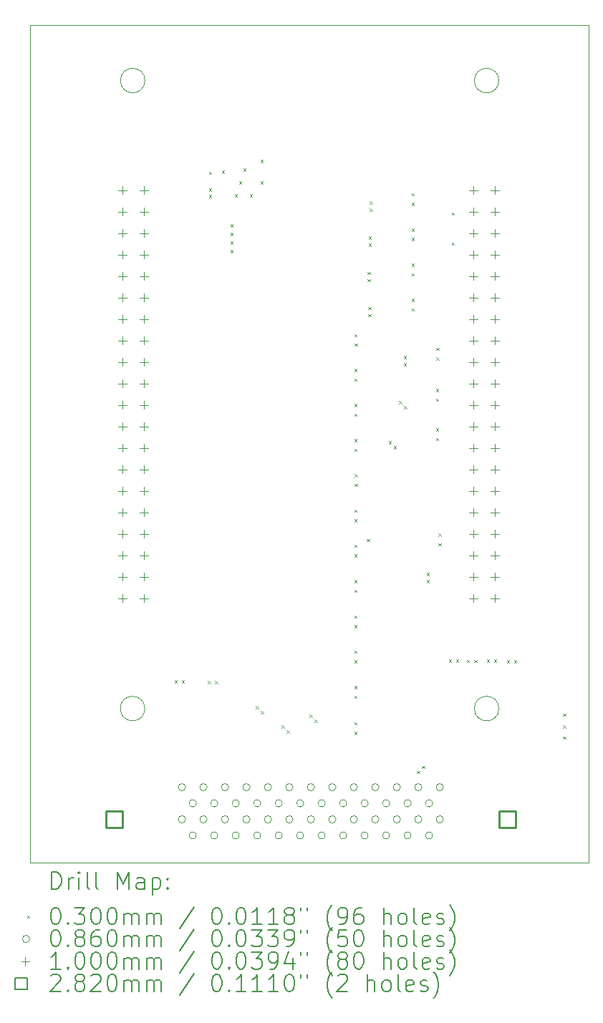
<source format=gbr>
%TF.GenerationSoftware,KiCad,Pcbnew,8.0.4*%
%TF.CreationDate,2024-12-14T22:45:06+01:00*%
%TF.ProjectId,SpicyLightFX3,53706963-794c-4696-9768-744658332e6b,rev?*%
%TF.SameCoordinates,Original*%
%TF.FileFunction,Drillmap*%
%TF.FilePolarity,Positive*%
%FSLAX45Y45*%
G04 Gerber Fmt 4.5, Leading zero omitted, Abs format (unit mm)*
G04 Created by KiCad (PCBNEW 8.0.4) date 2024-12-14 22:45:06*
%MOMM*%
%LPD*%
G01*
G04 APERTURE LIST*
%ADD10C,0.050000*%
%ADD11C,0.200000*%
%ADD12C,0.100000*%
%ADD13C,0.282000*%
G04 APERTURE END LIST*
D10*
X5842000Y-3048000D02*
X12446000Y-3048000D01*
X12446000Y-12954000D01*
X5842000Y-12954000D01*
X5842000Y-3048000D01*
X11387040Y-11135360D02*
G75*
G02*
X11097040Y-11135360I-145000J0D01*
G01*
X11097040Y-11135360D02*
G75*
G02*
X11387040Y-11135360I145000J0D01*
G01*
X11387040Y-3708400D02*
G75*
G02*
X11097040Y-3708400I-145000J0D01*
G01*
X11097040Y-3708400D02*
G75*
G02*
X11387040Y-3708400I145000J0D01*
G01*
X7202500Y-3707500D02*
G75*
G02*
X6912500Y-3707500I-145000J0D01*
G01*
X6912500Y-3707500D02*
G75*
G02*
X7202500Y-3707500I145000J0D01*
G01*
X7201120Y-11135360D02*
G75*
G02*
X6911120Y-11135360I-145000J0D01*
G01*
X6911120Y-11135360D02*
G75*
G02*
X7201120Y-11135360I145000J0D01*
G01*
D11*
D12*
X7552340Y-10802860D02*
X7582340Y-10832860D01*
X7582340Y-10802860D02*
X7552340Y-10832860D01*
X7637340Y-10802860D02*
X7667340Y-10832860D01*
X7667340Y-10802860D02*
X7637340Y-10832860D01*
X7946040Y-10807940D02*
X7976040Y-10837940D01*
X7976040Y-10807940D02*
X7946040Y-10837940D01*
X7960000Y-4785000D02*
X7990000Y-4815000D01*
X7990000Y-4785000D02*
X7960000Y-4815000D01*
X7960000Y-4985000D02*
X7990000Y-5015000D01*
X7990000Y-4985000D02*
X7960000Y-5015000D01*
X7960000Y-5060000D02*
X7990000Y-5090000D01*
X7990000Y-5060000D02*
X7960000Y-5090000D01*
X8031040Y-10807940D02*
X8061040Y-10837940D01*
X8061040Y-10807940D02*
X8031040Y-10837940D01*
X8110460Y-4770320D02*
X8140460Y-4800320D01*
X8140460Y-4770320D02*
X8110460Y-4800320D01*
X8212060Y-5405320D02*
X8242060Y-5435320D01*
X8242060Y-5405320D02*
X8212060Y-5435320D01*
X8212060Y-5506920D02*
X8242060Y-5536920D01*
X8242060Y-5506920D02*
X8212060Y-5536920D01*
X8212060Y-5608520D02*
X8242060Y-5638520D01*
X8242060Y-5608520D02*
X8212060Y-5638520D01*
X8212060Y-5710120D02*
X8242060Y-5740120D01*
X8242060Y-5710120D02*
X8212060Y-5740120D01*
X8262860Y-5049720D02*
X8292860Y-5079720D01*
X8292860Y-5049720D02*
X8262860Y-5079720D01*
X8313660Y-4897320D02*
X8343660Y-4927320D01*
X8343660Y-4897320D02*
X8313660Y-4927320D01*
X8364460Y-4744920D02*
X8394460Y-4774920D01*
X8394460Y-4744920D02*
X8364460Y-4774920D01*
X8440660Y-5049720D02*
X8470660Y-5079720D01*
X8470660Y-5049720D02*
X8440660Y-5079720D01*
X8514748Y-11105548D02*
X8544748Y-11135548D01*
X8544748Y-11105548D02*
X8514748Y-11135548D01*
X8567660Y-4643320D02*
X8597660Y-4673320D01*
X8597660Y-4643320D02*
X8567660Y-4673320D01*
X8567660Y-4897320D02*
X8597660Y-4927320D01*
X8597660Y-4897320D02*
X8567660Y-4927320D01*
X8574852Y-11165652D02*
X8604852Y-11195652D01*
X8604852Y-11165652D02*
X8574852Y-11195652D01*
X8819548Y-11334148D02*
X8849548Y-11364148D01*
X8849548Y-11334148D02*
X8819548Y-11364148D01*
X8879652Y-11394252D02*
X8909652Y-11424252D01*
X8909652Y-11394252D02*
X8879652Y-11424252D01*
X9149748Y-11207148D02*
X9179748Y-11237148D01*
X9179748Y-11207148D02*
X9149748Y-11237148D01*
X9209852Y-11267252D02*
X9239852Y-11297252D01*
X9239852Y-11267252D02*
X9209852Y-11297252D01*
X9677140Y-10032600D02*
X9707140Y-10062600D01*
X9707140Y-10032600D02*
X9677140Y-10062600D01*
X9677140Y-10146900D02*
X9707140Y-10176900D01*
X9707140Y-10146900D02*
X9677140Y-10176900D01*
X9677640Y-6705840D02*
X9707640Y-6735840D01*
X9707640Y-6705840D02*
X9677640Y-6735840D01*
X9678140Y-9616100D02*
X9708140Y-9646100D01*
X9708140Y-9616100D02*
X9678140Y-9646100D01*
X9678140Y-9730400D02*
X9708140Y-9760400D01*
X9708140Y-9730400D02*
X9678140Y-9760400D01*
X9678160Y-10449720D02*
X9708160Y-10479720D01*
X9708160Y-10449720D02*
X9678160Y-10479720D01*
X9678160Y-10564020D02*
X9708160Y-10594020D01*
X9708160Y-10564020D02*
X9678160Y-10594020D01*
X9678260Y-10867720D02*
X9708260Y-10897720D01*
X9708260Y-10867720D02*
X9678260Y-10897720D01*
X9678260Y-10982020D02*
X9708260Y-11012020D01*
X9708260Y-10982020D02*
X9678260Y-11012020D01*
X9678460Y-11294440D02*
X9708460Y-11324440D01*
X9708460Y-11294440D02*
X9678460Y-11324440D01*
X9678460Y-11408740D02*
X9708460Y-11438740D01*
X9708460Y-11408740D02*
X9678460Y-11438740D01*
X9679030Y-7117900D02*
X9709030Y-7147900D01*
X9709030Y-7117900D02*
X9679030Y-7147900D01*
X9679030Y-7232200D02*
X9709030Y-7262200D01*
X9709030Y-7232200D02*
X9679030Y-7262200D01*
X9679140Y-7532100D02*
X9709140Y-7562100D01*
X9709140Y-7532100D02*
X9679140Y-7562100D01*
X9679140Y-7646400D02*
X9709140Y-7676400D01*
X9709140Y-7646400D02*
X9679140Y-7676400D01*
X9679250Y-7948300D02*
X9709250Y-7978300D01*
X9709250Y-7948300D02*
X9679250Y-7978300D01*
X9679250Y-8062600D02*
X9709250Y-8092600D01*
X9709250Y-8062600D02*
X9679250Y-8092600D01*
X9679250Y-8780300D02*
X9709250Y-8810300D01*
X9709250Y-8780300D02*
X9679250Y-8810300D01*
X9679250Y-8894600D02*
X9709250Y-8924600D01*
X9709250Y-8894600D02*
X9679250Y-8924600D01*
X9679250Y-9196300D02*
X9709250Y-9226300D01*
X9709250Y-9196300D02*
X9679250Y-9226300D01*
X9679250Y-9310600D02*
X9709250Y-9340600D01*
X9709250Y-9310600D02*
X9679250Y-9340600D01*
X9680030Y-6817200D02*
X9710030Y-6847200D01*
X9710030Y-6817200D02*
X9680030Y-6847200D01*
X9680140Y-8364100D02*
X9710140Y-8394100D01*
X9710140Y-8364100D02*
X9680140Y-8394100D01*
X9680140Y-8478400D02*
X9710140Y-8508400D01*
X9710140Y-8478400D02*
X9680140Y-8508400D01*
X9825000Y-9129000D02*
X9855000Y-9159000D01*
X9855000Y-9129000D02*
X9825000Y-9159000D01*
X9835120Y-5970750D02*
X9865120Y-6000750D01*
X9865120Y-5970750D02*
X9835120Y-6000750D01*
X9835120Y-6055750D02*
X9865120Y-6085750D01*
X9865120Y-6055750D02*
X9835120Y-6085750D01*
X9842740Y-6384750D02*
X9872740Y-6414750D01*
X9872740Y-6384750D02*
X9842740Y-6414750D01*
X9842740Y-6469750D02*
X9872740Y-6499750D01*
X9872740Y-6469750D02*
X9842740Y-6499750D01*
X9845280Y-5552750D02*
X9875280Y-5582750D01*
X9875280Y-5552750D02*
X9845280Y-5582750D01*
X9845280Y-5637750D02*
X9875280Y-5667750D01*
X9875280Y-5637750D02*
X9845280Y-5667750D01*
X9860520Y-5135750D02*
X9890520Y-5165750D01*
X9890520Y-5135750D02*
X9860520Y-5165750D01*
X9860520Y-5220750D02*
X9890520Y-5250750D01*
X9890520Y-5220750D02*
X9860520Y-5250750D01*
X10084468Y-7971188D02*
X10114468Y-8001188D01*
X10114468Y-7971188D02*
X10084468Y-8001188D01*
X10144572Y-8031292D02*
X10174572Y-8061292D01*
X10174572Y-8031292D02*
X10144572Y-8061292D01*
X10206388Y-7498748D02*
X10236388Y-7528748D01*
X10236388Y-7498748D02*
X10206388Y-7528748D01*
X10261800Y-6965050D02*
X10291800Y-6995050D01*
X10291800Y-6965050D02*
X10261800Y-6995050D01*
X10261800Y-7050050D02*
X10291800Y-7080050D01*
X10291800Y-7050050D02*
X10261800Y-7080050D01*
X10266492Y-7558852D02*
X10296492Y-7588852D01*
X10296492Y-7558852D02*
X10266492Y-7588852D01*
X10354810Y-6288100D02*
X10384810Y-6318100D01*
X10384810Y-6288100D02*
X10354810Y-6318100D01*
X10354810Y-6402400D02*
X10384810Y-6432400D01*
X10384810Y-6402400D02*
X10354810Y-6432400D01*
X10355740Y-5039100D02*
X10385740Y-5069100D01*
X10385740Y-5039100D02*
X10355740Y-5069100D01*
X10355740Y-5153400D02*
X10385740Y-5183400D01*
X10385740Y-5153400D02*
X10355740Y-5183400D01*
X10355740Y-5456100D02*
X10385740Y-5486100D01*
X10385740Y-5456100D02*
X10355740Y-5486100D01*
X10355740Y-5570400D02*
X10385740Y-5600400D01*
X10385740Y-5570400D02*
X10355740Y-5600400D01*
X10355740Y-5874100D02*
X10385740Y-5904100D01*
X10385740Y-5874100D02*
X10355740Y-5904100D01*
X10355740Y-5988400D02*
X10385740Y-6018400D01*
X10385740Y-5988400D02*
X10355740Y-6018400D01*
X10419748Y-11871772D02*
X10449748Y-11901772D01*
X10449748Y-11871772D02*
X10419748Y-11901772D01*
X10479852Y-11811668D02*
X10509852Y-11841668D01*
X10509852Y-11811668D02*
X10479852Y-11841668D01*
X10531080Y-9528460D02*
X10561080Y-9558460D01*
X10561080Y-9528460D02*
X10531080Y-9558460D01*
X10531080Y-9613460D02*
X10561080Y-9643460D01*
X10561080Y-9613460D02*
X10531080Y-9643460D01*
X10642340Y-7822000D02*
X10672340Y-7852000D01*
X10672340Y-7822000D02*
X10642340Y-7852000D01*
X10642340Y-7936300D02*
X10672340Y-7966300D01*
X10672340Y-7936300D02*
X10642340Y-7966300D01*
X10644200Y-7353850D02*
X10674200Y-7383850D01*
X10674200Y-7353850D02*
X10644200Y-7383850D01*
X10644200Y-7468150D02*
X10674200Y-7498150D01*
X10674200Y-7468150D02*
X10644200Y-7498150D01*
X10645180Y-6868400D02*
X10675180Y-6898400D01*
X10675180Y-6868400D02*
X10645180Y-6898400D01*
X10645180Y-6982700D02*
X10675180Y-7012700D01*
X10675180Y-6982700D02*
X10645180Y-7012700D01*
X10672450Y-9065500D02*
X10702450Y-9095500D01*
X10702450Y-9065500D02*
X10672450Y-9095500D01*
X10672450Y-9179800D02*
X10702450Y-9209800D01*
X10702450Y-9179800D02*
X10672450Y-9209800D01*
X10793380Y-10556480D02*
X10823380Y-10586480D01*
X10823380Y-10556480D02*
X10793380Y-10586480D01*
X10830800Y-5268200D02*
X10860800Y-5298200D01*
X10860800Y-5268200D02*
X10830800Y-5298200D01*
X10830800Y-5623800D02*
X10860800Y-5653800D01*
X10860800Y-5623800D02*
X10830800Y-5653800D01*
X10878380Y-10556480D02*
X10908380Y-10586480D01*
X10908380Y-10556480D02*
X10878380Y-10586480D01*
X11008784Y-10557942D02*
X11038784Y-10587942D01*
X11038784Y-10557942D02*
X11008784Y-10587942D01*
X11093784Y-10557942D02*
X11123784Y-10587942D01*
X11123784Y-10557942D02*
X11093784Y-10587942D01*
X11245500Y-10556480D02*
X11275500Y-10586480D01*
X11275500Y-10556480D02*
X11245500Y-10586480D01*
X11330500Y-10556480D02*
X11360500Y-10586480D01*
X11360500Y-10556480D02*
X11330500Y-10586480D01*
X11479180Y-10561560D02*
X11509180Y-10591560D01*
X11509180Y-10561560D02*
X11479180Y-10591560D01*
X11564180Y-10561560D02*
X11594180Y-10591560D01*
X11594180Y-10561560D02*
X11564180Y-10591560D01*
X12145000Y-11195000D02*
X12175000Y-11225000D01*
X12175000Y-11195000D02*
X12145000Y-11225000D01*
X12145000Y-11335000D02*
X12175000Y-11365000D01*
X12175000Y-11335000D02*
X12145000Y-11365000D01*
X12145000Y-11465000D02*
X12175000Y-11495000D01*
X12175000Y-11465000D02*
X12145000Y-11495000D01*
X7683320Y-12066000D02*
G75*
G02*
X7597320Y-12066000I-43000J0D01*
G01*
X7597320Y-12066000D02*
G75*
G02*
X7683320Y-12066000I43000J0D01*
G01*
X7683320Y-12446000D02*
G75*
G02*
X7597320Y-12446000I-43000J0D01*
G01*
X7597320Y-12446000D02*
G75*
G02*
X7683320Y-12446000I43000J0D01*
G01*
X7810320Y-12256000D02*
G75*
G02*
X7724320Y-12256000I-43000J0D01*
G01*
X7724320Y-12256000D02*
G75*
G02*
X7810320Y-12256000I43000J0D01*
G01*
X7810320Y-12636000D02*
G75*
G02*
X7724320Y-12636000I-43000J0D01*
G01*
X7724320Y-12636000D02*
G75*
G02*
X7810320Y-12636000I43000J0D01*
G01*
X7937320Y-12066000D02*
G75*
G02*
X7851320Y-12066000I-43000J0D01*
G01*
X7851320Y-12066000D02*
G75*
G02*
X7937320Y-12066000I43000J0D01*
G01*
X7937320Y-12446000D02*
G75*
G02*
X7851320Y-12446000I-43000J0D01*
G01*
X7851320Y-12446000D02*
G75*
G02*
X7937320Y-12446000I43000J0D01*
G01*
X8064320Y-12256000D02*
G75*
G02*
X7978320Y-12256000I-43000J0D01*
G01*
X7978320Y-12256000D02*
G75*
G02*
X8064320Y-12256000I43000J0D01*
G01*
X8064320Y-12636000D02*
G75*
G02*
X7978320Y-12636000I-43000J0D01*
G01*
X7978320Y-12636000D02*
G75*
G02*
X8064320Y-12636000I43000J0D01*
G01*
X8191320Y-12066000D02*
G75*
G02*
X8105320Y-12066000I-43000J0D01*
G01*
X8105320Y-12066000D02*
G75*
G02*
X8191320Y-12066000I43000J0D01*
G01*
X8191320Y-12446000D02*
G75*
G02*
X8105320Y-12446000I-43000J0D01*
G01*
X8105320Y-12446000D02*
G75*
G02*
X8191320Y-12446000I43000J0D01*
G01*
X8318320Y-12256000D02*
G75*
G02*
X8232320Y-12256000I-43000J0D01*
G01*
X8232320Y-12256000D02*
G75*
G02*
X8318320Y-12256000I43000J0D01*
G01*
X8318320Y-12636000D02*
G75*
G02*
X8232320Y-12636000I-43000J0D01*
G01*
X8232320Y-12636000D02*
G75*
G02*
X8318320Y-12636000I43000J0D01*
G01*
X8445320Y-12066000D02*
G75*
G02*
X8359320Y-12066000I-43000J0D01*
G01*
X8359320Y-12066000D02*
G75*
G02*
X8445320Y-12066000I43000J0D01*
G01*
X8445320Y-12446000D02*
G75*
G02*
X8359320Y-12446000I-43000J0D01*
G01*
X8359320Y-12446000D02*
G75*
G02*
X8445320Y-12446000I43000J0D01*
G01*
X8572320Y-12256000D02*
G75*
G02*
X8486320Y-12256000I-43000J0D01*
G01*
X8486320Y-12256000D02*
G75*
G02*
X8572320Y-12256000I43000J0D01*
G01*
X8572320Y-12636000D02*
G75*
G02*
X8486320Y-12636000I-43000J0D01*
G01*
X8486320Y-12636000D02*
G75*
G02*
X8572320Y-12636000I43000J0D01*
G01*
X8699320Y-12066000D02*
G75*
G02*
X8613320Y-12066000I-43000J0D01*
G01*
X8613320Y-12066000D02*
G75*
G02*
X8699320Y-12066000I43000J0D01*
G01*
X8699320Y-12446000D02*
G75*
G02*
X8613320Y-12446000I-43000J0D01*
G01*
X8613320Y-12446000D02*
G75*
G02*
X8699320Y-12446000I43000J0D01*
G01*
X8826320Y-12256000D02*
G75*
G02*
X8740320Y-12256000I-43000J0D01*
G01*
X8740320Y-12256000D02*
G75*
G02*
X8826320Y-12256000I43000J0D01*
G01*
X8826320Y-12636000D02*
G75*
G02*
X8740320Y-12636000I-43000J0D01*
G01*
X8740320Y-12636000D02*
G75*
G02*
X8826320Y-12636000I43000J0D01*
G01*
X8953320Y-12066000D02*
G75*
G02*
X8867320Y-12066000I-43000J0D01*
G01*
X8867320Y-12066000D02*
G75*
G02*
X8953320Y-12066000I43000J0D01*
G01*
X8953320Y-12446000D02*
G75*
G02*
X8867320Y-12446000I-43000J0D01*
G01*
X8867320Y-12446000D02*
G75*
G02*
X8953320Y-12446000I43000J0D01*
G01*
X9080320Y-12256000D02*
G75*
G02*
X8994320Y-12256000I-43000J0D01*
G01*
X8994320Y-12256000D02*
G75*
G02*
X9080320Y-12256000I43000J0D01*
G01*
X9080320Y-12636000D02*
G75*
G02*
X8994320Y-12636000I-43000J0D01*
G01*
X8994320Y-12636000D02*
G75*
G02*
X9080320Y-12636000I43000J0D01*
G01*
X9207320Y-12066000D02*
G75*
G02*
X9121320Y-12066000I-43000J0D01*
G01*
X9121320Y-12066000D02*
G75*
G02*
X9207320Y-12066000I43000J0D01*
G01*
X9207320Y-12446000D02*
G75*
G02*
X9121320Y-12446000I-43000J0D01*
G01*
X9121320Y-12446000D02*
G75*
G02*
X9207320Y-12446000I43000J0D01*
G01*
X9334320Y-12256000D02*
G75*
G02*
X9248320Y-12256000I-43000J0D01*
G01*
X9248320Y-12256000D02*
G75*
G02*
X9334320Y-12256000I43000J0D01*
G01*
X9334320Y-12636000D02*
G75*
G02*
X9248320Y-12636000I-43000J0D01*
G01*
X9248320Y-12636000D02*
G75*
G02*
X9334320Y-12636000I43000J0D01*
G01*
X9461320Y-12066000D02*
G75*
G02*
X9375320Y-12066000I-43000J0D01*
G01*
X9375320Y-12066000D02*
G75*
G02*
X9461320Y-12066000I43000J0D01*
G01*
X9461320Y-12446000D02*
G75*
G02*
X9375320Y-12446000I-43000J0D01*
G01*
X9375320Y-12446000D02*
G75*
G02*
X9461320Y-12446000I43000J0D01*
G01*
X9588320Y-12256000D02*
G75*
G02*
X9502320Y-12256000I-43000J0D01*
G01*
X9502320Y-12256000D02*
G75*
G02*
X9588320Y-12256000I43000J0D01*
G01*
X9588320Y-12636000D02*
G75*
G02*
X9502320Y-12636000I-43000J0D01*
G01*
X9502320Y-12636000D02*
G75*
G02*
X9588320Y-12636000I43000J0D01*
G01*
X9715320Y-12066000D02*
G75*
G02*
X9629320Y-12066000I-43000J0D01*
G01*
X9629320Y-12066000D02*
G75*
G02*
X9715320Y-12066000I43000J0D01*
G01*
X9715320Y-12446000D02*
G75*
G02*
X9629320Y-12446000I-43000J0D01*
G01*
X9629320Y-12446000D02*
G75*
G02*
X9715320Y-12446000I43000J0D01*
G01*
X9842320Y-12256000D02*
G75*
G02*
X9756320Y-12256000I-43000J0D01*
G01*
X9756320Y-12256000D02*
G75*
G02*
X9842320Y-12256000I43000J0D01*
G01*
X9842320Y-12636000D02*
G75*
G02*
X9756320Y-12636000I-43000J0D01*
G01*
X9756320Y-12636000D02*
G75*
G02*
X9842320Y-12636000I43000J0D01*
G01*
X9969320Y-12066000D02*
G75*
G02*
X9883320Y-12066000I-43000J0D01*
G01*
X9883320Y-12066000D02*
G75*
G02*
X9969320Y-12066000I43000J0D01*
G01*
X9969320Y-12446000D02*
G75*
G02*
X9883320Y-12446000I-43000J0D01*
G01*
X9883320Y-12446000D02*
G75*
G02*
X9969320Y-12446000I43000J0D01*
G01*
X10096320Y-12256000D02*
G75*
G02*
X10010320Y-12256000I-43000J0D01*
G01*
X10010320Y-12256000D02*
G75*
G02*
X10096320Y-12256000I43000J0D01*
G01*
X10096320Y-12636000D02*
G75*
G02*
X10010320Y-12636000I-43000J0D01*
G01*
X10010320Y-12636000D02*
G75*
G02*
X10096320Y-12636000I43000J0D01*
G01*
X10223320Y-12066000D02*
G75*
G02*
X10137320Y-12066000I-43000J0D01*
G01*
X10137320Y-12066000D02*
G75*
G02*
X10223320Y-12066000I43000J0D01*
G01*
X10223320Y-12446000D02*
G75*
G02*
X10137320Y-12446000I-43000J0D01*
G01*
X10137320Y-12446000D02*
G75*
G02*
X10223320Y-12446000I43000J0D01*
G01*
X10350320Y-12256000D02*
G75*
G02*
X10264320Y-12256000I-43000J0D01*
G01*
X10264320Y-12256000D02*
G75*
G02*
X10350320Y-12256000I43000J0D01*
G01*
X10350320Y-12636000D02*
G75*
G02*
X10264320Y-12636000I-43000J0D01*
G01*
X10264320Y-12636000D02*
G75*
G02*
X10350320Y-12636000I43000J0D01*
G01*
X10477320Y-12066000D02*
G75*
G02*
X10391320Y-12066000I-43000J0D01*
G01*
X10391320Y-12066000D02*
G75*
G02*
X10477320Y-12066000I43000J0D01*
G01*
X10477320Y-12446000D02*
G75*
G02*
X10391320Y-12446000I-43000J0D01*
G01*
X10391320Y-12446000D02*
G75*
G02*
X10477320Y-12446000I43000J0D01*
G01*
X10604320Y-12256000D02*
G75*
G02*
X10518320Y-12256000I-43000J0D01*
G01*
X10518320Y-12256000D02*
G75*
G02*
X10604320Y-12256000I43000J0D01*
G01*
X10604320Y-12636000D02*
G75*
G02*
X10518320Y-12636000I-43000J0D01*
G01*
X10518320Y-12636000D02*
G75*
G02*
X10604320Y-12636000I43000J0D01*
G01*
X10731320Y-12066000D02*
G75*
G02*
X10645320Y-12066000I-43000J0D01*
G01*
X10645320Y-12066000D02*
G75*
G02*
X10731320Y-12066000I43000J0D01*
G01*
X10731320Y-12446000D02*
G75*
G02*
X10645320Y-12446000I-43000J0D01*
G01*
X10645320Y-12446000D02*
G75*
G02*
X10731320Y-12446000I43000J0D01*
G01*
X6934200Y-4953800D02*
X6934200Y-5053800D01*
X6884200Y-5003800D02*
X6984200Y-5003800D01*
X6934200Y-5207800D02*
X6934200Y-5307800D01*
X6884200Y-5257800D02*
X6984200Y-5257800D01*
X6934200Y-5461800D02*
X6934200Y-5561800D01*
X6884200Y-5511800D02*
X6984200Y-5511800D01*
X6934200Y-5715800D02*
X6934200Y-5815800D01*
X6884200Y-5765800D02*
X6984200Y-5765800D01*
X6934200Y-5969800D02*
X6934200Y-6069800D01*
X6884200Y-6019800D02*
X6984200Y-6019800D01*
X6934200Y-6223800D02*
X6934200Y-6323800D01*
X6884200Y-6273800D02*
X6984200Y-6273800D01*
X6934200Y-6477800D02*
X6934200Y-6577800D01*
X6884200Y-6527800D02*
X6984200Y-6527800D01*
X6934200Y-6731800D02*
X6934200Y-6831800D01*
X6884200Y-6781800D02*
X6984200Y-6781800D01*
X6934200Y-6985800D02*
X6934200Y-7085800D01*
X6884200Y-7035800D02*
X6984200Y-7035800D01*
X6934200Y-7239800D02*
X6934200Y-7339800D01*
X6884200Y-7289800D02*
X6984200Y-7289800D01*
X6934200Y-7493800D02*
X6934200Y-7593800D01*
X6884200Y-7543800D02*
X6984200Y-7543800D01*
X6934200Y-7747800D02*
X6934200Y-7847800D01*
X6884200Y-7797800D02*
X6984200Y-7797800D01*
X6934200Y-8001800D02*
X6934200Y-8101800D01*
X6884200Y-8051800D02*
X6984200Y-8051800D01*
X6934200Y-8255800D02*
X6934200Y-8355800D01*
X6884200Y-8305800D02*
X6984200Y-8305800D01*
X6934200Y-8509800D02*
X6934200Y-8609800D01*
X6884200Y-8559800D02*
X6984200Y-8559800D01*
X6934200Y-8763800D02*
X6934200Y-8863800D01*
X6884200Y-8813800D02*
X6984200Y-8813800D01*
X6934200Y-9017800D02*
X6934200Y-9117800D01*
X6884200Y-9067800D02*
X6984200Y-9067800D01*
X6934200Y-9271800D02*
X6934200Y-9371800D01*
X6884200Y-9321800D02*
X6984200Y-9321800D01*
X6934200Y-9525800D02*
X6934200Y-9625800D01*
X6884200Y-9575800D02*
X6984200Y-9575800D01*
X6934200Y-9779800D02*
X6934200Y-9879800D01*
X6884200Y-9829800D02*
X6984200Y-9829800D01*
X7188200Y-4953800D02*
X7188200Y-5053800D01*
X7138200Y-5003800D02*
X7238200Y-5003800D01*
X7188200Y-5207800D02*
X7188200Y-5307800D01*
X7138200Y-5257800D02*
X7238200Y-5257800D01*
X7188200Y-5461800D02*
X7188200Y-5561800D01*
X7138200Y-5511800D02*
X7238200Y-5511800D01*
X7188200Y-5715800D02*
X7188200Y-5815800D01*
X7138200Y-5765800D02*
X7238200Y-5765800D01*
X7188200Y-5969800D02*
X7188200Y-6069800D01*
X7138200Y-6019800D02*
X7238200Y-6019800D01*
X7188200Y-6223800D02*
X7188200Y-6323800D01*
X7138200Y-6273800D02*
X7238200Y-6273800D01*
X7188200Y-6477800D02*
X7188200Y-6577800D01*
X7138200Y-6527800D02*
X7238200Y-6527800D01*
X7188200Y-6731800D02*
X7188200Y-6831800D01*
X7138200Y-6781800D02*
X7238200Y-6781800D01*
X7188200Y-6985800D02*
X7188200Y-7085800D01*
X7138200Y-7035800D02*
X7238200Y-7035800D01*
X7188200Y-7239800D02*
X7188200Y-7339800D01*
X7138200Y-7289800D02*
X7238200Y-7289800D01*
X7188200Y-7493800D02*
X7188200Y-7593800D01*
X7138200Y-7543800D02*
X7238200Y-7543800D01*
X7188200Y-7747800D02*
X7188200Y-7847800D01*
X7138200Y-7797800D02*
X7238200Y-7797800D01*
X7188200Y-8001800D02*
X7188200Y-8101800D01*
X7138200Y-8051800D02*
X7238200Y-8051800D01*
X7188200Y-8255800D02*
X7188200Y-8355800D01*
X7138200Y-8305800D02*
X7238200Y-8305800D01*
X7188200Y-8509800D02*
X7188200Y-8609800D01*
X7138200Y-8559800D02*
X7238200Y-8559800D01*
X7188200Y-8763800D02*
X7188200Y-8863800D01*
X7138200Y-8813800D02*
X7238200Y-8813800D01*
X7188200Y-9017800D02*
X7188200Y-9117800D01*
X7138200Y-9067800D02*
X7238200Y-9067800D01*
X7188200Y-9271800D02*
X7188200Y-9371800D01*
X7138200Y-9321800D02*
X7238200Y-9321800D01*
X7188200Y-9525800D02*
X7188200Y-9625800D01*
X7138200Y-9575800D02*
X7238200Y-9575800D01*
X7188200Y-9779800D02*
X7188200Y-9879800D01*
X7138200Y-9829800D02*
X7238200Y-9829800D01*
X11087000Y-4953800D02*
X11087000Y-5053800D01*
X11037000Y-5003800D02*
X11137000Y-5003800D01*
X11087000Y-5207800D02*
X11087000Y-5307800D01*
X11037000Y-5257800D02*
X11137000Y-5257800D01*
X11087000Y-5461800D02*
X11087000Y-5561800D01*
X11037000Y-5511800D02*
X11137000Y-5511800D01*
X11087000Y-5715800D02*
X11087000Y-5815800D01*
X11037000Y-5765800D02*
X11137000Y-5765800D01*
X11087000Y-5969800D02*
X11087000Y-6069800D01*
X11037000Y-6019800D02*
X11137000Y-6019800D01*
X11087000Y-6223800D02*
X11087000Y-6323800D01*
X11037000Y-6273800D02*
X11137000Y-6273800D01*
X11087000Y-6477800D02*
X11087000Y-6577800D01*
X11037000Y-6527800D02*
X11137000Y-6527800D01*
X11087000Y-6731800D02*
X11087000Y-6831800D01*
X11037000Y-6781800D02*
X11137000Y-6781800D01*
X11087000Y-6985800D02*
X11087000Y-7085800D01*
X11037000Y-7035800D02*
X11137000Y-7035800D01*
X11087000Y-7239800D02*
X11087000Y-7339800D01*
X11037000Y-7289800D02*
X11137000Y-7289800D01*
X11087000Y-7493800D02*
X11087000Y-7593800D01*
X11037000Y-7543800D02*
X11137000Y-7543800D01*
X11087000Y-7747800D02*
X11087000Y-7847800D01*
X11037000Y-7797800D02*
X11137000Y-7797800D01*
X11087000Y-8001800D02*
X11087000Y-8101800D01*
X11037000Y-8051800D02*
X11137000Y-8051800D01*
X11087000Y-8255800D02*
X11087000Y-8355800D01*
X11037000Y-8305800D02*
X11137000Y-8305800D01*
X11087000Y-8509800D02*
X11087000Y-8609800D01*
X11037000Y-8559800D02*
X11137000Y-8559800D01*
X11087000Y-8763800D02*
X11087000Y-8863800D01*
X11037000Y-8813800D02*
X11137000Y-8813800D01*
X11087000Y-9017800D02*
X11087000Y-9117800D01*
X11037000Y-9067800D02*
X11137000Y-9067800D01*
X11087000Y-9271800D02*
X11087000Y-9371800D01*
X11037000Y-9321800D02*
X11137000Y-9321800D01*
X11087000Y-9525800D02*
X11087000Y-9625800D01*
X11037000Y-9575800D02*
X11137000Y-9575800D01*
X11087000Y-9779800D02*
X11087000Y-9879800D01*
X11037000Y-9829800D02*
X11137000Y-9829800D01*
X11341000Y-4953800D02*
X11341000Y-5053800D01*
X11291000Y-5003800D02*
X11391000Y-5003800D01*
X11341000Y-5207800D02*
X11341000Y-5307800D01*
X11291000Y-5257800D02*
X11391000Y-5257800D01*
X11341000Y-5461800D02*
X11341000Y-5561800D01*
X11291000Y-5511800D02*
X11391000Y-5511800D01*
X11341000Y-5715800D02*
X11341000Y-5815800D01*
X11291000Y-5765800D02*
X11391000Y-5765800D01*
X11341000Y-5969800D02*
X11341000Y-6069800D01*
X11291000Y-6019800D02*
X11391000Y-6019800D01*
X11341000Y-6223800D02*
X11341000Y-6323800D01*
X11291000Y-6273800D02*
X11391000Y-6273800D01*
X11341000Y-6477800D02*
X11341000Y-6577800D01*
X11291000Y-6527800D02*
X11391000Y-6527800D01*
X11341000Y-6731800D02*
X11341000Y-6831800D01*
X11291000Y-6781800D02*
X11391000Y-6781800D01*
X11341000Y-6985800D02*
X11341000Y-7085800D01*
X11291000Y-7035800D02*
X11391000Y-7035800D01*
X11341000Y-7239800D02*
X11341000Y-7339800D01*
X11291000Y-7289800D02*
X11391000Y-7289800D01*
X11341000Y-7493800D02*
X11341000Y-7593800D01*
X11291000Y-7543800D02*
X11391000Y-7543800D01*
X11341000Y-7747800D02*
X11341000Y-7847800D01*
X11291000Y-7797800D02*
X11391000Y-7797800D01*
X11341000Y-8001800D02*
X11341000Y-8101800D01*
X11291000Y-8051800D02*
X11391000Y-8051800D01*
X11341000Y-8255800D02*
X11341000Y-8355800D01*
X11291000Y-8305800D02*
X11391000Y-8305800D01*
X11341000Y-8509800D02*
X11341000Y-8609800D01*
X11291000Y-8559800D02*
X11391000Y-8559800D01*
X11341000Y-8763800D02*
X11341000Y-8863800D01*
X11291000Y-8813800D02*
X11391000Y-8813800D01*
X11341000Y-9017800D02*
X11341000Y-9117800D01*
X11291000Y-9067800D02*
X11391000Y-9067800D01*
X11341000Y-9271800D02*
X11341000Y-9371800D01*
X11291000Y-9321800D02*
X11391000Y-9321800D01*
X11341000Y-9525800D02*
X11341000Y-9625800D01*
X11291000Y-9575800D02*
X11391000Y-9575800D01*
X11341000Y-9779800D02*
X11341000Y-9879800D01*
X11291000Y-9829800D02*
X11391000Y-9829800D01*
D13*
X6940023Y-12545703D02*
X6940023Y-12346297D01*
X6740617Y-12346297D01*
X6740617Y-12545703D01*
X6940023Y-12545703D01*
X11588023Y-12545703D02*
X11588023Y-12346297D01*
X11388617Y-12346297D01*
X11388617Y-12545703D01*
X11588023Y-12545703D01*
D11*
X6100277Y-13267984D02*
X6100277Y-13067984D01*
X6100277Y-13067984D02*
X6147896Y-13067984D01*
X6147896Y-13067984D02*
X6176467Y-13077508D01*
X6176467Y-13077508D02*
X6195515Y-13096555D01*
X6195515Y-13096555D02*
X6205039Y-13115603D01*
X6205039Y-13115603D02*
X6214562Y-13153698D01*
X6214562Y-13153698D02*
X6214562Y-13182269D01*
X6214562Y-13182269D02*
X6205039Y-13220365D01*
X6205039Y-13220365D02*
X6195515Y-13239412D01*
X6195515Y-13239412D02*
X6176467Y-13258460D01*
X6176467Y-13258460D02*
X6147896Y-13267984D01*
X6147896Y-13267984D02*
X6100277Y-13267984D01*
X6300277Y-13267984D02*
X6300277Y-13134650D01*
X6300277Y-13172746D02*
X6309801Y-13153698D01*
X6309801Y-13153698D02*
X6319324Y-13144174D01*
X6319324Y-13144174D02*
X6338372Y-13134650D01*
X6338372Y-13134650D02*
X6357420Y-13134650D01*
X6424086Y-13267984D02*
X6424086Y-13134650D01*
X6424086Y-13067984D02*
X6414562Y-13077508D01*
X6414562Y-13077508D02*
X6424086Y-13087031D01*
X6424086Y-13087031D02*
X6433610Y-13077508D01*
X6433610Y-13077508D02*
X6424086Y-13067984D01*
X6424086Y-13067984D02*
X6424086Y-13087031D01*
X6547896Y-13267984D02*
X6528848Y-13258460D01*
X6528848Y-13258460D02*
X6519324Y-13239412D01*
X6519324Y-13239412D02*
X6519324Y-13067984D01*
X6652658Y-13267984D02*
X6633610Y-13258460D01*
X6633610Y-13258460D02*
X6624086Y-13239412D01*
X6624086Y-13239412D02*
X6624086Y-13067984D01*
X6881229Y-13267984D02*
X6881229Y-13067984D01*
X6881229Y-13067984D02*
X6947896Y-13210841D01*
X6947896Y-13210841D02*
X7014562Y-13067984D01*
X7014562Y-13067984D02*
X7014562Y-13267984D01*
X7195515Y-13267984D02*
X7195515Y-13163222D01*
X7195515Y-13163222D02*
X7185991Y-13144174D01*
X7185991Y-13144174D02*
X7166943Y-13134650D01*
X7166943Y-13134650D02*
X7128848Y-13134650D01*
X7128848Y-13134650D02*
X7109801Y-13144174D01*
X7195515Y-13258460D02*
X7176467Y-13267984D01*
X7176467Y-13267984D02*
X7128848Y-13267984D01*
X7128848Y-13267984D02*
X7109801Y-13258460D01*
X7109801Y-13258460D02*
X7100277Y-13239412D01*
X7100277Y-13239412D02*
X7100277Y-13220365D01*
X7100277Y-13220365D02*
X7109801Y-13201317D01*
X7109801Y-13201317D02*
X7128848Y-13191793D01*
X7128848Y-13191793D02*
X7176467Y-13191793D01*
X7176467Y-13191793D02*
X7195515Y-13182269D01*
X7290753Y-13134650D02*
X7290753Y-13334650D01*
X7290753Y-13144174D02*
X7309801Y-13134650D01*
X7309801Y-13134650D02*
X7347896Y-13134650D01*
X7347896Y-13134650D02*
X7366943Y-13144174D01*
X7366943Y-13144174D02*
X7376467Y-13153698D01*
X7376467Y-13153698D02*
X7385991Y-13172746D01*
X7385991Y-13172746D02*
X7385991Y-13229888D01*
X7385991Y-13229888D02*
X7376467Y-13248936D01*
X7376467Y-13248936D02*
X7366943Y-13258460D01*
X7366943Y-13258460D02*
X7347896Y-13267984D01*
X7347896Y-13267984D02*
X7309801Y-13267984D01*
X7309801Y-13267984D02*
X7290753Y-13258460D01*
X7471705Y-13248936D02*
X7481229Y-13258460D01*
X7481229Y-13258460D02*
X7471705Y-13267984D01*
X7471705Y-13267984D02*
X7462182Y-13258460D01*
X7462182Y-13258460D02*
X7471705Y-13248936D01*
X7471705Y-13248936D02*
X7471705Y-13267984D01*
X7471705Y-13144174D02*
X7481229Y-13153698D01*
X7481229Y-13153698D02*
X7471705Y-13163222D01*
X7471705Y-13163222D02*
X7462182Y-13153698D01*
X7462182Y-13153698D02*
X7471705Y-13144174D01*
X7471705Y-13144174D02*
X7471705Y-13163222D01*
D12*
X5809500Y-13581500D02*
X5839500Y-13611500D01*
X5839500Y-13581500D02*
X5809500Y-13611500D01*
D11*
X6138372Y-13487984D02*
X6157420Y-13487984D01*
X6157420Y-13487984D02*
X6176467Y-13497508D01*
X6176467Y-13497508D02*
X6185991Y-13507031D01*
X6185991Y-13507031D02*
X6195515Y-13526079D01*
X6195515Y-13526079D02*
X6205039Y-13564174D01*
X6205039Y-13564174D02*
X6205039Y-13611793D01*
X6205039Y-13611793D02*
X6195515Y-13649888D01*
X6195515Y-13649888D02*
X6185991Y-13668936D01*
X6185991Y-13668936D02*
X6176467Y-13678460D01*
X6176467Y-13678460D02*
X6157420Y-13687984D01*
X6157420Y-13687984D02*
X6138372Y-13687984D01*
X6138372Y-13687984D02*
X6119324Y-13678460D01*
X6119324Y-13678460D02*
X6109801Y-13668936D01*
X6109801Y-13668936D02*
X6100277Y-13649888D01*
X6100277Y-13649888D02*
X6090753Y-13611793D01*
X6090753Y-13611793D02*
X6090753Y-13564174D01*
X6090753Y-13564174D02*
X6100277Y-13526079D01*
X6100277Y-13526079D02*
X6109801Y-13507031D01*
X6109801Y-13507031D02*
X6119324Y-13497508D01*
X6119324Y-13497508D02*
X6138372Y-13487984D01*
X6290753Y-13668936D02*
X6300277Y-13678460D01*
X6300277Y-13678460D02*
X6290753Y-13687984D01*
X6290753Y-13687984D02*
X6281229Y-13678460D01*
X6281229Y-13678460D02*
X6290753Y-13668936D01*
X6290753Y-13668936D02*
X6290753Y-13687984D01*
X6366943Y-13487984D02*
X6490753Y-13487984D01*
X6490753Y-13487984D02*
X6424086Y-13564174D01*
X6424086Y-13564174D02*
X6452658Y-13564174D01*
X6452658Y-13564174D02*
X6471705Y-13573698D01*
X6471705Y-13573698D02*
X6481229Y-13583222D01*
X6481229Y-13583222D02*
X6490753Y-13602269D01*
X6490753Y-13602269D02*
X6490753Y-13649888D01*
X6490753Y-13649888D02*
X6481229Y-13668936D01*
X6481229Y-13668936D02*
X6471705Y-13678460D01*
X6471705Y-13678460D02*
X6452658Y-13687984D01*
X6452658Y-13687984D02*
X6395515Y-13687984D01*
X6395515Y-13687984D02*
X6376467Y-13678460D01*
X6376467Y-13678460D02*
X6366943Y-13668936D01*
X6614562Y-13487984D02*
X6633610Y-13487984D01*
X6633610Y-13487984D02*
X6652658Y-13497508D01*
X6652658Y-13497508D02*
X6662182Y-13507031D01*
X6662182Y-13507031D02*
X6671705Y-13526079D01*
X6671705Y-13526079D02*
X6681229Y-13564174D01*
X6681229Y-13564174D02*
X6681229Y-13611793D01*
X6681229Y-13611793D02*
X6671705Y-13649888D01*
X6671705Y-13649888D02*
X6662182Y-13668936D01*
X6662182Y-13668936D02*
X6652658Y-13678460D01*
X6652658Y-13678460D02*
X6633610Y-13687984D01*
X6633610Y-13687984D02*
X6614562Y-13687984D01*
X6614562Y-13687984D02*
X6595515Y-13678460D01*
X6595515Y-13678460D02*
X6585991Y-13668936D01*
X6585991Y-13668936D02*
X6576467Y-13649888D01*
X6576467Y-13649888D02*
X6566943Y-13611793D01*
X6566943Y-13611793D02*
X6566943Y-13564174D01*
X6566943Y-13564174D02*
X6576467Y-13526079D01*
X6576467Y-13526079D02*
X6585991Y-13507031D01*
X6585991Y-13507031D02*
X6595515Y-13497508D01*
X6595515Y-13497508D02*
X6614562Y-13487984D01*
X6805039Y-13487984D02*
X6824086Y-13487984D01*
X6824086Y-13487984D02*
X6843134Y-13497508D01*
X6843134Y-13497508D02*
X6852658Y-13507031D01*
X6852658Y-13507031D02*
X6862182Y-13526079D01*
X6862182Y-13526079D02*
X6871705Y-13564174D01*
X6871705Y-13564174D02*
X6871705Y-13611793D01*
X6871705Y-13611793D02*
X6862182Y-13649888D01*
X6862182Y-13649888D02*
X6852658Y-13668936D01*
X6852658Y-13668936D02*
X6843134Y-13678460D01*
X6843134Y-13678460D02*
X6824086Y-13687984D01*
X6824086Y-13687984D02*
X6805039Y-13687984D01*
X6805039Y-13687984D02*
X6785991Y-13678460D01*
X6785991Y-13678460D02*
X6776467Y-13668936D01*
X6776467Y-13668936D02*
X6766943Y-13649888D01*
X6766943Y-13649888D02*
X6757420Y-13611793D01*
X6757420Y-13611793D02*
X6757420Y-13564174D01*
X6757420Y-13564174D02*
X6766943Y-13526079D01*
X6766943Y-13526079D02*
X6776467Y-13507031D01*
X6776467Y-13507031D02*
X6785991Y-13497508D01*
X6785991Y-13497508D02*
X6805039Y-13487984D01*
X6957420Y-13687984D02*
X6957420Y-13554650D01*
X6957420Y-13573698D02*
X6966943Y-13564174D01*
X6966943Y-13564174D02*
X6985991Y-13554650D01*
X6985991Y-13554650D02*
X7014563Y-13554650D01*
X7014563Y-13554650D02*
X7033610Y-13564174D01*
X7033610Y-13564174D02*
X7043134Y-13583222D01*
X7043134Y-13583222D02*
X7043134Y-13687984D01*
X7043134Y-13583222D02*
X7052658Y-13564174D01*
X7052658Y-13564174D02*
X7071705Y-13554650D01*
X7071705Y-13554650D02*
X7100277Y-13554650D01*
X7100277Y-13554650D02*
X7119324Y-13564174D01*
X7119324Y-13564174D02*
X7128848Y-13583222D01*
X7128848Y-13583222D02*
X7128848Y-13687984D01*
X7224086Y-13687984D02*
X7224086Y-13554650D01*
X7224086Y-13573698D02*
X7233610Y-13564174D01*
X7233610Y-13564174D02*
X7252658Y-13554650D01*
X7252658Y-13554650D02*
X7281229Y-13554650D01*
X7281229Y-13554650D02*
X7300277Y-13564174D01*
X7300277Y-13564174D02*
X7309801Y-13583222D01*
X7309801Y-13583222D02*
X7309801Y-13687984D01*
X7309801Y-13583222D02*
X7319324Y-13564174D01*
X7319324Y-13564174D02*
X7338372Y-13554650D01*
X7338372Y-13554650D02*
X7366943Y-13554650D01*
X7366943Y-13554650D02*
X7385991Y-13564174D01*
X7385991Y-13564174D02*
X7395515Y-13583222D01*
X7395515Y-13583222D02*
X7395515Y-13687984D01*
X7785991Y-13478460D02*
X7614563Y-13735603D01*
X8043134Y-13487984D02*
X8062182Y-13487984D01*
X8062182Y-13487984D02*
X8081229Y-13497508D01*
X8081229Y-13497508D02*
X8090753Y-13507031D01*
X8090753Y-13507031D02*
X8100277Y-13526079D01*
X8100277Y-13526079D02*
X8109801Y-13564174D01*
X8109801Y-13564174D02*
X8109801Y-13611793D01*
X8109801Y-13611793D02*
X8100277Y-13649888D01*
X8100277Y-13649888D02*
X8090753Y-13668936D01*
X8090753Y-13668936D02*
X8081229Y-13678460D01*
X8081229Y-13678460D02*
X8062182Y-13687984D01*
X8062182Y-13687984D02*
X8043134Y-13687984D01*
X8043134Y-13687984D02*
X8024086Y-13678460D01*
X8024086Y-13678460D02*
X8014563Y-13668936D01*
X8014563Y-13668936D02*
X8005039Y-13649888D01*
X8005039Y-13649888D02*
X7995515Y-13611793D01*
X7995515Y-13611793D02*
X7995515Y-13564174D01*
X7995515Y-13564174D02*
X8005039Y-13526079D01*
X8005039Y-13526079D02*
X8014563Y-13507031D01*
X8014563Y-13507031D02*
X8024086Y-13497508D01*
X8024086Y-13497508D02*
X8043134Y-13487984D01*
X8195515Y-13668936D02*
X8205039Y-13678460D01*
X8205039Y-13678460D02*
X8195515Y-13687984D01*
X8195515Y-13687984D02*
X8185991Y-13678460D01*
X8185991Y-13678460D02*
X8195515Y-13668936D01*
X8195515Y-13668936D02*
X8195515Y-13687984D01*
X8328848Y-13487984D02*
X8347896Y-13487984D01*
X8347896Y-13487984D02*
X8366944Y-13497508D01*
X8366944Y-13497508D02*
X8376467Y-13507031D01*
X8376467Y-13507031D02*
X8385991Y-13526079D01*
X8385991Y-13526079D02*
X8395515Y-13564174D01*
X8395515Y-13564174D02*
X8395515Y-13611793D01*
X8395515Y-13611793D02*
X8385991Y-13649888D01*
X8385991Y-13649888D02*
X8376467Y-13668936D01*
X8376467Y-13668936D02*
X8366944Y-13678460D01*
X8366944Y-13678460D02*
X8347896Y-13687984D01*
X8347896Y-13687984D02*
X8328848Y-13687984D01*
X8328848Y-13687984D02*
X8309801Y-13678460D01*
X8309801Y-13678460D02*
X8300277Y-13668936D01*
X8300277Y-13668936D02*
X8290753Y-13649888D01*
X8290753Y-13649888D02*
X8281229Y-13611793D01*
X8281229Y-13611793D02*
X8281229Y-13564174D01*
X8281229Y-13564174D02*
X8290753Y-13526079D01*
X8290753Y-13526079D02*
X8300277Y-13507031D01*
X8300277Y-13507031D02*
X8309801Y-13497508D01*
X8309801Y-13497508D02*
X8328848Y-13487984D01*
X8585991Y-13687984D02*
X8471706Y-13687984D01*
X8528848Y-13687984D02*
X8528848Y-13487984D01*
X8528848Y-13487984D02*
X8509801Y-13516555D01*
X8509801Y-13516555D02*
X8490753Y-13535603D01*
X8490753Y-13535603D02*
X8471706Y-13545127D01*
X8776468Y-13687984D02*
X8662182Y-13687984D01*
X8719325Y-13687984D02*
X8719325Y-13487984D01*
X8719325Y-13487984D02*
X8700277Y-13516555D01*
X8700277Y-13516555D02*
X8681229Y-13535603D01*
X8681229Y-13535603D02*
X8662182Y-13545127D01*
X8890753Y-13573698D02*
X8871706Y-13564174D01*
X8871706Y-13564174D02*
X8862182Y-13554650D01*
X8862182Y-13554650D02*
X8852658Y-13535603D01*
X8852658Y-13535603D02*
X8852658Y-13526079D01*
X8852658Y-13526079D02*
X8862182Y-13507031D01*
X8862182Y-13507031D02*
X8871706Y-13497508D01*
X8871706Y-13497508D02*
X8890753Y-13487984D01*
X8890753Y-13487984D02*
X8928849Y-13487984D01*
X8928849Y-13487984D02*
X8947896Y-13497508D01*
X8947896Y-13497508D02*
X8957420Y-13507031D01*
X8957420Y-13507031D02*
X8966944Y-13526079D01*
X8966944Y-13526079D02*
X8966944Y-13535603D01*
X8966944Y-13535603D02*
X8957420Y-13554650D01*
X8957420Y-13554650D02*
X8947896Y-13564174D01*
X8947896Y-13564174D02*
X8928849Y-13573698D01*
X8928849Y-13573698D02*
X8890753Y-13573698D01*
X8890753Y-13573698D02*
X8871706Y-13583222D01*
X8871706Y-13583222D02*
X8862182Y-13592746D01*
X8862182Y-13592746D02*
X8852658Y-13611793D01*
X8852658Y-13611793D02*
X8852658Y-13649888D01*
X8852658Y-13649888D02*
X8862182Y-13668936D01*
X8862182Y-13668936D02*
X8871706Y-13678460D01*
X8871706Y-13678460D02*
X8890753Y-13687984D01*
X8890753Y-13687984D02*
X8928849Y-13687984D01*
X8928849Y-13687984D02*
X8947896Y-13678460D01*
X8947896Y-13678460D02*
X8957420Y-13668936D01*
X8957420Y-13668936D02*
X8966944Y-13649888D01*
X8966944Y-13649888D02*
X8966944Y-13611793D01*
X8966944Y-13611793D02*
X8957420Y-13592746D01*
X8957420Y-13592746D02*
X8947896Y-13583222D01*
X8947896Y-13583222D02*
X8928849Y-13573698D01*
X9043134Y-13487984D02*
X9043134Y-13526079D01*
X9119325Y-13487984D02*
X9119325Y-13526079D01*
X9414563Y-13764174D02*
X9405039Y-13754650D01*
X9405039Y-13754650D02*
X9385991Y-13726079D01*
X9385991Y-13726079D02*
X9376468Y-13707031D01*
X9376468Y-13707031D02*
X9366944Y-13678460D01*
X9366944Y-13678460D02*
X9357420Y-13630841D01*
X9357420Y-13630841D02*
X9357420Y-13592746D01*
X9357420Y-13592746D02*
X9366944Y-13545127D01*
X9366944Y-13545127D02*
X9376468Y-13516555D01*
X9376468Y-13516555D02*
X9385991Y-13497508D01*
X9385991Y-13497508D02*
X9405039Y-13468936D01*
X9405039Y-13468936D02*
X9414563Y-13459412D01*
X9500277Y-13687984D02*
X9538372Y-13687984D01*
X9538372Y-13687984D02*
X9557420Y-13678460D01*
X9557420Y-13678460D02*
X9566944Y-13668936D01*
X9566944Y-13668936D02*
X9585991Y-13640365D01*
X9585991Y-13640365D02*
X9595515Y-13602269D01*
X9595515Y-13602269D02*
X9595515Y-13526079D01*
X9595515Y-13526079D02*
X9585991Y-13507031D01*
X9585991Y-13507031D02*
X9576468Y-13497508D01*
X9576468Y-13497508D02*
X9557420Y-13487984D01*
X9557420Y-13487984D02*
X9519325Y-13487984D01*
X9519325Y-13487984D02*
X9500277Y-13497508D01*
X9500277Y-13497508D02*
X9490753Y-13507031D01*
X9490753Y-13507031D02*
X9481230Y-13526079D01*
X9481230Y-13526079D02*
X9481230Y-13573698D01*
X9481230Y-13573698D02*
X9490753Y-13592746D01*
X9490753Y-13592746D02*
X9500277Y-13602269D01*
X9500277Y-13602269D02*
X9519325Y-13611793D01*
X9519325Y-13611793D02*
X9557420Y-13611793D01*
X9557420Y-13611793D02*
X9576468Y-13602269D01*
X9576468Y-13602269D02*
X9585991Y-13592746D01*
X9585991Y-13592746D02*
X9595515Y-13573698D01*
X9766944Y-13487984D02*
X9728849Y-13487984D01*
X9728849Y-13487984D02*
X9709801Y-13497508D01*
X9709801Y-13497508D02*
X9700277Y-13507031D01*
X9700277Y-13507031D02*
X9681230Y-13535603D01*
X9681230Y-13535603D02*
X9671706Y-13573698D01*
X9671706Y-13573698D02*
X9671706Y-13649888D01*
X9671706Y-13649888D02*
X9681230Y-13668936D01*
X9681230Y-13668936D02*
X9690753Y-13678460D01*
X9690753Y-13678460D02*
X9709801Y-13687984D01*
X9709801Y-13687984D02*
X9747896Y-13687984D01*
X9747896Y-13687984D02*
X9766944Y-13678460D01*
X9766944Y-13678460D02*
X9776468Y-13668936D01*
X9776468Y-13668936D02*
X9785991Y-13649888D01*
X9785991Y-13649888D02*
X9785991Y-13602269D01*
X9785991Y-13602269D02*
X9776468Y-13583222D01*
X9776468Y-13583222D02*
X9766944Y-13573698D01*
X9766944Y-13573698D02*
X9747896Y-13564174D01*
X9747896Y-13564174D02*
X9709801Y-13564174D01*
X9709801Y-13564174D02*
X9690753Y-13573698D01*
X9690753Y-13573698D02*
X9681230Y-13583222D01*
X9681230Y-13583222D02*
X9671706Y-13602269D01*
X10024087Y-13687984D02*
X10024087Y-13487984D01*
X10109801Y-13687984D02*
X10109801Y-13583222D01*
X10109801Y-13583222D02*
X10100277Y-13564174D01*
X10100277Y-13564174D02*
X10081230Y-13554650D01*
X10081230Y-13554650D02*
X10052658Y-13554650D01*
X10052658Y-13554650D02*
X10033611Y-13564174D01*
X10033611Y-13564174D02*
X10024087Y-13573698D01*
X10233611Y-13687984D02*
X10214563Y-13678460D01*
X10214563Y-13678460D02*
X10205039Y-13668936D01*
X10205039Y-13668936D02*
X10195515Y-13649888D01*
X10195515Y-13649888D02*
X10195515Y-13592746D01*
X10195515Y-13592746D02*
X10205039Y-13573698D01*
X10205039Y-13573698D02*
X10214563Y-13564174D01*
X10214563Y-13564174D02*
X10233611Y-13554650D01*
X10233611Y-13554650D02*
X10262182Y-13554650D01*
X10262182Y-13554650D02*
X10281230Y-13564174D01*
X10281230Y-13564174D02*
X10290753Y-13573698D01*
X10290753Y-13573698D02*
X10300277Y-13592746D01*
X10300277Y-13592746D02*
X10300277Y-13649888D01*
X10300277Y-13649888D02*
X10290753Y-13668936D01*
X10290753Y-13668936D02*
X10281230Y-13678460D01*
X10281230Y-13678460D02*
X10262182Y-13687984D01*
X10262182Y-13687984D02*
X10233611Y-13687984D01*
X10414563Y-13687984D02*
X10395515Y-13678460D01*
X10395515Y-13678460D02*
X10385992Y-13659412D01*
X10385992Y-13659412D02*
X10385992Y-13487984D01*
X10566944Y-13678460D02*
X10547896Y-13687984D01*
X10547896Y-13687984D02*
X10509801Y-13687984D01*
X10509801Y-13687984D02*
X10490753Y-13678460D01*
X10490753Y-13678460D02*
X10481230Y-13659412D01*
X10481230Y-13659412D02*
X10481230Y-13583222D01*
X10481230Y-13583222D02*
X10490753Y-13564174D01*
X10490753Y-13564174D02*
X10509801Y-13554650D01*
X10509801Y-13554650D02*
X10547896Y-13554650D01*
X10547896Y-13554650D02*
X10566944Y-13564174D01*
X10566944Y-13564174D02*
X10576468Y-13583222D01*
X10576468Y-13583222D02*
X10576468Y-13602269D01*
X10576468Y-13602269D02*
X10481230Y-13621317D01*
X10652658Y-13678460D02*
X10671706Y-13687984D01*
X10671706Y-13687984D02*
X10709801Y-13687984D01*
X10709801Y-13687984D02*
X10728849Y-13678460D01*
X10728849Y-13678460D02*
X10738373Y-13659412D01*
X10738373Y-13659412D02*
X10738373Y-13649888D01*
X10738373Y-13649888D02*
X10728849Y-13630841D01*
X10728849Y-13630841D02*
X10709801Y-13621317D01*
X10709801Y-13621317D02*
X10681230Y-13621317D01*
X10681230Y-13621317D02*
X10662182Y-13611793D01*
X10662182Y-13611793D02*
X10652658Y-13592746D01*
X10652658Y-13592746D02*
X10652658Y-13583222D01*
X10652658Y-13583222D02*
X10662182Y-13564174D01*
X10662182Y-13564174D02*
X10681230Y-13554650D01*
X10681230Y-13554650D02*
X10709801Y-13554650D01*
X10709801Y-13554650D02*
X10728849Y-13564174D01*
X10805039Y-13764174D02*
X10814563Y-13754650D01*
X10814563Y-13754650D02*
X10833611Y-13726079D01*
X10833611Y-13726079D02*
X10843134Y-13707031D01*
X10843134Y-13707031D02*
X10852658Y-13678460D01*
X10852658Y-13678460D02*
X10862182Y-13630841D01*
X10862182Y-13630841D02*
X10862182Y-13592746D01*
X10862182Y-13592746D02*
X10852658Y-13545127D01*
X10852658Y-13545127D02*
X10843134Y-13516555D01*
X10843134Y-13516555D02*
X10833611Y-13497508D01*
X10833611Y-13497508D02*
X10814563Y-13468936D01*
X10814563Y-13468936D02*
X10805039Y-13459412D01*
D12*
X5839500Y-13860500D02*
G75*
G02*
X5753500Y-13860500I-43000J0D01*
G01*
X5753500Y-13860500D02*
G75*
G02*
X5839500Y-13860500I43000J0D01*
G01*
D11*
X6138372Y-13751984D02*
X6157420Y-13751984D01*
X6157420Y-13751984D02*
X6176467Y-13761508D01*
X6176467Y-13761508D02*
X6185991Y-13771031D01*
X6185991Y-13771031D02*
X6195515Y-13790079D01*
X6195515Y-13790079D02*
X6205039Y-13828174D01*
X6205039Y-13828174D02*
X6205039Y-13875793D01*
X6205039Y-13875793D02*
X6195515Y-13913888D01*
X6195515Y-13913888D02*
X6185991Y-13932936D01*
X6185991Y-13932936D02*
X6176467Y-13942460D01*
X6176467Y-13942460D02*
X6157420Y-13951984D01*
X6157420Y-13951984D02*
X6138372Y-13951984D01*
X6138372Y-13951984D02*
X6119324Y-13942460D01*
X6119324Y-13942460D02*
X6109801Y-13932936D01*
X6109801Y-13932936D02*
X6100277Y-13913888D01*
X6100277Y-13913888D02*
X6090753Y-13875793D01*
X6090753Y-13875793D02*
X6090753Y-13828174D01*
X6090753Y-13828174D02*
X6100277Y-13790079D01*
X6100277Y-13790079D02*
X6109801Y-13771031D01*
X6109801Y-13771031D02*
X6119324Y-13761508D01*
X6119324Y-13761508D02*
X6138372Y-13751984D01*
X6290753Y-13932936D02*
X6300277Y-13942460D01*
X6300277Y-13942460D02*
X6290753Y-13951984D01*
X6290753Y-13951984D02*
X6281229Y-13942460D01*
X6281229Y-13942460D02*
X6290753Y-13932936D01*
X6290753Y-13932936D02*
X6290753Y-13951984D01*
X6414562Y-13837698D02*
X6395515Y-13828174D01*
X6395515Y-13828174D02*
X6385991Y-13818650D01*
X6385991Y-13818650D02*
X6376467Y-13799603D01*
X6376467Y-13799603D02*
X6376467Y-13790079D01*
X6376467Y-13790079D02*
X6385991Y-13771031D01*
X6385991Y-13771031D02*
X6395515Y-13761508D01*
X6395515Y-13761508D02*
X6414562Y-13751984D01*
X6414562Y-13751984D02*
X6452658Y-13751984D01*
X6452658Y-13751984D02*
X6471705Y-13761508D01*
X6471705Y-13761508D02*
X6481229Y-13771031D01*
X6481229Y-13771031D02*
X6490753Y-13790079D01*
X6490753Y-13790079D02*
X6490753Y-13799603D01*
X6490753Y-13799603D02*
X6481229Y-13818650D01*
X6481229Y-13818650D02*
X6471705Y-13828174D01*
X6471705Y-13828174D02*
X6452658Y-13837698D01*
X6452658Y-13837698D02*
X6414562Y-13837698D01*
X6414562Y-13837698D02*
X6395515Y-13847222D01*
X6395515Y-13847222D02*
X6385991Y-13856746D01*
X6385991Y-13856746D02*
X6376467Y-13875793D01*
X6376467Y-13875793D02*
X6376467Y-13913888D01*
X6376467Y-13913888D02*
X6385991Y-13932936D01*
X6385991Y-13932936D02*
X6395515Y-13942460D01*
X6395515Y-13942460D02*
X6414562Y-13951984D01*
X6414562Y-13951984D02*
X6452658Y-13951984D01*
X6452658Y-13951984D02*
X6471705Y-13942460D01*
X6471705Y-13942460D02*
X6481229Y-13932936D01*
X6481229Y-13932936D02*
X6490753Y-13913888D01*
X6490753Y-13913888D02*
X6490753Y-13875793D01*
X6490753Y-13875793D02*
X6481229Y-13856746D01*
X6481229Y-13856746D02*
X6471705Y-13847222D01*
X6471705Y-13847222D02*
X6452658Y-13837698D01*
X6662182Y-13751984D02*
X6624086Y-13751984D01*
X6624086Y-13751984D02*
X6605039Y-13761508D01*
X6605039Y-13761508D02*
X6595515Y-13771031D01*
X6595515Y-13771031D02*
X6576467Y-13799603D01*
X6576467Y-13799603D02*
X6566943Y-13837698D01*
X6566943Y-13837698D02*
X6566943Y-13913888D01*
X6566943Y-13913888D02*
X6576467Y-13932936D01*
X6576467Y-13932936D02*
X6585991Y-13942460D01*
X6585991Y-13942460D02*
X6605039Y-13951984D01*
X6605039Y-13951984D02*
X6643134Y-13951984D01*
X6643134Y-13951984D02*
X6662182Y-13942460D01*
X6662182Y-13942460D02*
X6671705Y-13932936D01*
X6671705Y-13932936D02*
X6681229Y-13913888D01*
X6681229Y-13913888D02*
X6681229Y-13866269D01*
X6681229Y-13866269D02*
X6671705Y-13847222D01*
X6671705Y-13847222D02*
X6662182Y-13837698D01*
X6662182Y-13837698D02*
X6643134Y-13828174D01*
X6643134Y-13828174D02*
X6605039Y-13828174D01*
X6605039Y-13828174D02*
X6585991Y-13837698D01*
X6585991Y-13837698D02*
X6576467Y-13847222D01*
X6576467Y-13847222D02*
X6566943Y-13866269D01*
X6805039Y-13751984D02*
X6824086Y-13751984D01*
X6824086Y-13751984D02*
X6843134Y-13761508D01*
X6843134Y-13761508D02*
X6852658Y-13771031D01*
X6852658Y-13771031D02*
X6862182Y-13790079D01*
X6862182Y-13790079D02*
X6871705Y-13828174D01*
X6871705Y-13828174D02*
X6871705Y-13875793D01*
X6871705Y-13875793D02*
X6862182Y-13913888D01*
X6862182Y-13913888D02*
X6852658Y-13932936D01*
X6852658Y-13932936D02*
X6843134Y-13942460D01*
X6843134Y-13942460D02*
X6824086Y-13951984D01*
X6824086Y-13951984D02*
X6805039Y-13951984D01*
X6805039Y-13951984D02*
X6785991Y-13942460D01*
X6785991Y-13942460D02*
X6776467Y-13932936D01*
X6776467Y-13932936D02*
X6766943Y-13913888D01*
X6766943Y-13913888D02*
X6757420Y-13875793D01*
X6757420Y-13875793D02*
X6757420Y-13828174D01*
X6757420Y-13828174D02*
X6766943Y-13790079D01*
X6766943Y-13790079D02*
X6776467Y-13771031D01*
X6776467Y-13771031D02*
X6785991Y-13761508D01*
X6785991Y-13761508D02*
X6805039Y-13751984D01*
X6957420Y-13951984D02*
X6957420Y-13818650D01*
X6957420Y-13837698D02*
X6966943Y-13828174D01*
X6966943Y-13828174D02*
X6985991Y-13818650D01*
X6985991Y-13818650D02*
X7014563Y-13818650D01*
X7014563Y-13818650D02*
X7033610Y-13828174D01*
X7033610Y-13828174D02*
X7043134Y-13847222D01*
X7043134Y-13847222D02*
X7043134Y-13951984D01*
X7043134Y-13847222D02*
X7052658Y-13828174D01*
X7052658Y-13828174D02*
X7071705Y-13818650D01*
X7071705Y-13818650D02*
X7100277Y-13818650D01*
X7100277Y-13818650D02*
X7119324Y-13828174D01*
X7119324Y-13828174D02*
X7128848Y-13847222D01*
X7128848Y-13847222D02*
X7128848Y-13951984D01*
X7224086Y-13951984D02*
X7224086Y-13818650D01*
X7224086Y-13837698D02*
X7233610Y-13828174D01*
X7233610Y-13828174D02*
X7252658Y-13818650D01*
X7252658Y-13818650D02*
X7281229Y-13818650D01*
X7281229Y-13818650D02*
X7300277Y-13828174D01*
X7300277Y-13828174D02*
X7309801Y-13847222D01*
X7309801Y-13847222D02*
X7309801Y-13951984D01*
X7309801Y-13847222D02*
X7319324Y-13828174D01*
X7319324Y-13828174D02*
X7338372Y-13818650D01*
X7338372Y-13818650D02*
X7366943Y-13818650D01*
X7366943Y-13818650D02*
X7385991Y-13828174D01*
X7385991Y-13828174D02*
X7395515Y-13847222D01*
X7395515Y-13847222D02*
X7395515Y-13951984D01*
X7785991Y-13742460D02*
X7614563Y-13999603D01*
X8043134Y-13751984D02*
X8062182Y-13751984D01*
X8062182Y-13751984D02*
X8081229Y-13761508D01*
X8081229Y-13761508D02*
X8090753Y-13771031D01*
X8090753Y-13771031D02*
X8100277Y-13790079D01*
X8100277Y-13790079D02*
X8109801Y-13828174D01*
X8109801Y-13828174D02*
X8109801Y-13875793D01*
X8109801Y-13875793D02*
X8100277Y-13913888D01*
X8100277Y-13913888D02*
X8090753Y-13932936D01*
X8090753Y-13932936D02*
X8081229Y-13942460D01*
X8081229Y-13942460D02*
X8062182Y-13951984D01*
X8062182Y-13951984D02*
X8043134Y-13951984D01*
X8043134Y-13951984D02*
X8024086Y-13942460D01*
X8024086Y-13942460D02*
X8014563Y-13932936D01*
X8014563Y-13932936D02*
X8005039Y-13913888D01*
X8005039Y-13913888D02*
X7995515Y-13875793D01*
X7995515Y-13875793D02*
X7995515Y-13828174D01*
X7995515Y-13828174D02*
X8005039Y-13790079D01*
X8005039Y-13790079D02*
X8014563Y-13771031D01*
X8014563Y-13771031D02*
X8024086Y-13761508D01*
X8024086Y-13761508D02*
X8043134Y-13751984D01*
X8195515Y-13932936D02*
X8205039Y-13942460D01*
X8205039Y-13942460D02*
X8195515Y-13951984D01*
X8195515Y-13951984D02*
X8185991Y-13942460D01*
X8185991Y-13942460D02*
X8195515Y-13932936D01*
X8195515Y-13932936D02*
X8195515Y-13951984D01*
X8328848Y-13751984D02*
X8347896Y-13751984D01*
X8347896Y-13751984D02*
X8366944Y-13761508D01*
X8366944Y-13761508D02*
X8376467Y-13771031D01*
X8376467Y-13771031D02*
X8385991Y-13790079D01*
X8385991Y-13790079D02*
X8395515Y-13828174D01*
X8395515Y-13828174D02*
X8395515Y-13875793D01*
X8395515Y-13875793D02*
X8385991Y-13913888D01*
X8385991Y-13913888D02*
X8376467Y-13932936D01*
X8376467Y-13932936D02*
X8366944Y-13942460D01*
X8366944Y-13942460D02*
X8347896Y-13951984D01*
X8347896Y-13951984D02*
X8328848Y-13951984D01*
X8328848Y-13951984D02*
X8309801Y-13942460D01*
X8309801Y-13942460D02*
X8300277Y-13932936D01*
X8300277Y-13932936D02*
X8290753Y-13913888D01*
X8290753Y-13913888D02*
X8281229Y-13875793D01*
X8281229Y-13875793D02*
X8281229Y-13828174D01*
X8281229Y-13828174D02*
X8290753Y-13790079D01*
X8290753Y-13790079D02*
X8300277Y-13771031D01*
X8300277Y-13771031D02*
X8309801Y-13761508D01*
X8309801Y-13761508D02*
X8328848Y-13751984D01*
X8462182Y-13751984D02*
X8585991Y-13751984D01*
X8585991Y-13751984D02*
X8519325Y-13828174D01*
X8519325Y-13828174D02*
X8547896Y-13828174D01*
X8547896Y-13828174D02*
X8566944Y-13837698D01*
X8566944Y-13837698D02*
X8576468Y-13847222D01*
X8576468Y-13847222D02*
X8585991Y-13866269D01*
X8585991Y-13866269D02*
X8585991Y-13913888D01*
X8585991Y-13913888D02*
X8576468Y-13932936D01*
X8576468Y-13932936D02*
X8566944Y-13942460D01*
X8566944Y-13942460D02*
X8547896Y-13951984D01*
X8547896Y-13951984D02*
X8490753Y-13951984D01*
X8490753Y-13951984D02*
X8471706Y-13942460D01*
X8471706Y-13942460D02*
X8462182Y-13932936D01*
X8652658Y-13751984D02*
X8776468Y-13751984D01*
X8776468Y-13751984D02*
X8709801Y-13828174D01*
X8709801Y-13828174D02*
X8738372Y-13828174D01*
X8738372Y-13828174D02*
X8757420Y-13837698D01*
X8757420Y-13837698D02*
X8766944Y-13847222D01*
X8766944Y-13847222D02*
X8776468Y-13866269D01*
X8776468Y-13866269D02*
X8776468Y-13913888D01*
X8776468Y-13913888D02*
X8766944Y-13932936D01*
X8766944Y-13932936D02*
X8757420Y-13942460D01*
X8757420Y-13942460D02*
X8738372Y-13951984D01*
X8738372Y-13951984D02*
X8681229Y-13951984D01*
X8681229Y-13951984D02*
X8662182Y-13942460D01*
X8662182Y-13942460D02*
X8652658Y-13932936D01*
X8871706Y-13951984D02*
X8909801Y-13951984D01*
X8909801Y-13951984D02*
X8928849Y-13942460D01*
X8928849Y-13942460D02*
X8938372Y-13932936D01*
X8938372Y-13932936D02*
X8957420Y-13904365D01*
X8957420Y-13904365D02*
X8966944Y-13866269D01*
X8966944Y-13866269D02*
X8966944Y-13790079D01*
X8966944Y-13790079D02*
X8957420Y-13771031D01*
X8957420Y-13771031D02*
X8947896Y-13761508D01*
X8947896Y-13761508D02*
X8928849Y-13751984D01*
X8928849Y-13751984D02*
X8890753Y-13751984D01*
X8890753Y-13751984D02*
X8871706Y-13761508D01*
X8871706Y-13761508D02*
X8862182Y-13771031D01*
X8862182Y-13771031D02*
X8852658Y-13790079D01*
X8852658Y-13790079D02*
X8852658Y-13837698D01*
X8852658Y-13837698D02*
X8862182Y-13856746D01*
X8862182Y-13856746D02*
X8871706Y-13866269D01*
X8871706Y-13866269D02*
X8890753Y-13875793D01*
X8890753Y-13875793D02*
X8928849Y-13875793D01*
X8928849Y-13875793D02*
X8947896Y-13866269D01*
X8947896Y-13866269D02*
X8957420Y-13856746D01*
X8957420Y-13856746D02*
X8966944Y-13837698D01*
X9043134Y-13751984D02*
X9043134Y-13790079D01*
X9119325Y-13751984D02*
X9119325Y-13790079D01*
X9414563Y-14028174D02*
X9405039Y-14018650D01*
X9405039Y-14018650D02*
X9385991Y-13990079D01*
X9385991Y-13990079D02*
X9376468Y-13971031D01*
X9376468Y-13971031D02*
X9366944Y-13942460D01*
X9366944Y-13942460D02*
X9357420Y-13894841D01*
X9357420Y-13894841D02*
X9357420Y-13856746D01*
X9357420Y-13856746D02*
X9366944Y-13809127D01*
X9366944Y-13809127D02*
X9376468Y-13780555D01*
X9376468Y-13780555D02*
X9385991Y-13761508D01*
X9385991Y-13761508D02*
X9405039Y-13732936D01*
X9405039Y-13732936D02*
X9414563Y-13723412D01*
X9585991Y-13751984D02*
X9490753Y-13751984D01*
X9490753Y-13751984D02*
X9481230Y-13847222D01*
X9481230Y-13847222D02*
X9490753Y-13837698D01*
X9490753Y-13837698D02*
X9509801Y-13828174D01*
X9509801Y-13828174D02*
X9557420Y-13828174D01*
X9557420Y-13828174D02*
X9576468Y-13837698D01*
X9576468Y-13837698D02*
X9585991Y-13847222D01*
X9585991Y-13847222D02*
X9595515Y-13866269D01*
X9595515Y-13866269D02*
X9595515Y-13913888D01*
X9595515Y-13913888D02*
X9585991Y-13932936D01*
X9585991Y-13932936D02*
X9576468Y-13942460D01*
X9576468Y-13942460D02*
X9557420Y-13951984D01*
X9557420Y-13951984D02*
X9509801Y-13951984D01*
X9509801Y-13951984D02*
X9490753Y-13942460D01*
X9490753Y-13942460D02*
X9481230Y-13932936D01*
X9719325Y-13751984D02*
X9738372Y-13751984D01*
X9738372Y-13751984D02*
X9757420Y-13761508D01*
X9757420Y-13761508D02*
X9766944Y-13771031D01*
X9766944Y-13771031D02*
X9776468Y-13790079D01*
X9776468Y-13790079D02*
X9785991Y-13828174D01*
X9785991Y-13828174D02*
X9785991Y-13875793D01*
X9785991Y-13875793D02*
X9776468Y-13913888D01*
X9776468Y-13913888D02*
X9766944Y-13932936D01*
X9766944Y-13932936D02*
X9757420Y-13942460D01*
X9757420Y-13942460D02*
X9738372Y-13951984D01*
X9738372Y-13951984D02*
X9719325Y-13951984D01*
X9719325Y-13951984D02*
X9700277Y-13942460D01*
X9700277Y-13942460D02*
X9690753Y-13932936D01*
X9690753Y-13932936D02*
X9681230Y-13913888D01*
X9681230Y-13913888D02*
X9671706Y-13875793D01*
X9671706Y-13875793D02*
X9671706Y-13828174D01*
X9671706Y-13828174D02*
X9681230Y-13790079D01*
X9681230Y-13790079D02*
X9690753Y-13771031D01*
X9690753Y-13771031D02*
X9700277Y-13761508D01*
X9700277Y-13761508D02*
X9719325Y-13751984D01*
X10024087Y-13951984D02*
X10024087Y-13751984D01*
X10109801Y-13951984D02*
X10109801Y-13847222D01*
X10109801Y-13847222D02*
X10100277Y-13828174D01*
X10100277Y-13828174D02*
X10081230Y-13818650D01*
X10081230Y-13818650D02*
X10052658Y-13818650D01*
X10052658Y-13818650D02*
X10033611Y-13828174D01*
X10033611Y-13828174D02*
X10024087Y-13837698D01*
X10233611Y-13951984D02*
X10214563Y-13942460D01*
X10214563Y-13942460D02*
X10205039Y-13932936D01*
X10205039Y-13932936D02*
X10195515Y-13913888D01*
X10195515Y-13913888D02*
X10195515Y-13856746D01*
X10195515Y-13856746D02*
X10205039Y-13837698D01*
X10205039Y-13837698D02*
X10214563Y-13828174D01*
X10214563Y-13828174D02*
X10233611Y-13818650D01*
X10233611Y-13818650D02*
X10262182Y-13818650D01*
X10262182Y-13818650D02*
X10281230Y-13828174D01*
X10281230Y-13828174D02*
X10290753Y-13837698D01*
X10290753Y-13837698D02*
X10300277Y-13856746D01*
X10300277Y-13856746D02*
X10300277Y-13913888D01*
X10300277Y-13913888D02*
X10290753Y-13932936D01*
X10290753Y-13932936D02*
X10281230Y-13942460D01*
X10281230Y-13942460D02*
X10262182Y-13951984D01*
X10262182Y-13951984D02*
X10233611Y-13951984D01*
X10414563Y-13951984D02*
X10395515Y-13942460D01*
X10395515Y-13942460D02*
X10385992Y-13923412D01*
X10385992Y-13923412D02*
X10385992Y-13751984D01*
X10566944Y-13942460D02*
X10547896Y-13951984D01*
X10547896Y-13951984D02*
X10509801Y-13951984D01*
X10509801Y-13951984D02*
X10490753Y-13942460D01*
X10490753Y-13942460D02*
X10481230Y-13923412D01*
X10481230Y-13923412D02*
X10481230Y-13847222D01*
X10481230Y-13847222D02*
X10490753Y-13828174D01*
X10490753Y-13828174D02*
X10509801Y-13818650D01*
X10509801Y-13818650D02*
X10547896Y-13818650D01*
X10547896Y-13818650D02*
X10566944Y-13828174D01*
X10566944Y-13828174D02*
X10576468Y-13847222D01*
X10576468Y-13847222D02*
X10576468Y-13866269D01*
X10576468Y-13866269D02*
X10481230Y-13885317D01*
X10652658Y-13942460D02*
X10671706Y-13951984D01*
X10671706Y-13951984D02*
X10709801Y-13951984D01*
X10709801Y-13951984D02*
X10728849Y-13942460D01*
X10728849Y-13942460D02*
X10738373Y-13923412D01*
X10738373Y-13923412D02*
X10738373Y-13913888D01*
X10738373Y-13913888D02*
X10728849Y-13894841D01*
X10728849Y-13894841D02*
X10709801Y-13885317D01*
X10709801Y-13885317D02*
X10681230Y-13885317D01*
X10681230Y-13885317D02*
X10662182Y-13875793D01*
X10662182Y-13875793D02*
X10652658Y-13856746D01*
X10652658Y-13856746D02*
X10652658Y-13847222D01*
X10652658Y-13847222D02*
X10662182Y-13828174D01*
X10662182Y-13828174D02*
X10681230Y-13818650D01*
X10681230Y-13818650D02*
X10709801Y-13818650D01*
X10709801Y-13818650D02*
X10728849Y-13828174D01*
X10805039Y-14028174D02*
X10814563Y-14018650D01*
X10814563Y-14018650D02*
X10833611Y-13990079D01*
X10833611Y-13990079D02*
X10843134Y-13971031D01*
X10843134Y-13971031D02*
X10852658Y-13942460D01*
X10852658Y-13942460D02*
X10862182Y-13894841D01*
X10862182Y-13894841D02*
X10862182Y-13856746D01*
X10862182Y-13856746D02*
X10852658Y-13809127D01*
X10852658Y-13809127D02*
X10843134Y-13780555D01*
X10843134Y-13780555D02*
X10833611Y-13761508D01*
X10833611Y-13761508D02*
X10814563Y-13732936D01*
X10814563Y-13732936D02*
X10805039Y-13723412D01*
D12*
X5789500Y-14074500D02*
X5789500Y-14174500D01*
X5739500Y-14124500D02*
X5839500Y-14124500D01*
D11*
X6205039Y-14215984D02*
X6090753Y-14215984D01*
X6147896Y-14215984D02*
X6147896Y-14015984D01*
X6147896Y-14015984D02*
X6128848Y-14044555D01*
X6128848Y-14044555D02*
X6109801Y-14063603D01*
X6109801Y-14063603D02*
X6090753Y-14073127D01*
X6290753Y-14196936D02*
X6300277Y-14206460D01*
X6300277Y-14206460D02*
X6290753Y-14215984D01*
X6290753Y-14215984D02*
X6281229Y-14206460D01*
X6281229Y-14206460D02*
X6290753Y-14196936D01*
X6290753Y-14196936D02*
X6290753Y-14215984D01*
X6424086Y-14015984D02*
X6443134Y-14015984D01*
X6443134Y-14015984D02*
X6462182Y-14025508D01*
X6462182Y-14025508D02*
X6471705Y-14035031D01*
X6471705Y-14035031D02*
X6481229Y-14054079D01*
X6481229Y-14054079D02*
X6490753Y-14092174D01*
X6490753Y-14092174D02*
X6490753Y-14139793D01*
X6490753Y-14139793D02*
X6481229Y-14177888D01*
X6481229Y-14177888D02*
X6471705Y-14196936D01*
X6471705Y-14196936D02*
X6462182Y-14206460D01*
X6462182Y-14206460D02*
X6443134Y-14215984D01*
X6443134Y-14215984D02*
X6424086Y-14215984D01*
X6424086Y-14215984D02*
X6405039Y-14206460D01*
X6405039Y-14206460D02*
X6395515Y-14196936D01*
X6395515Y-14196936D02*
X6385991Y-14177888D01*
X6385991Y-14177888D02*
X6376467Y-14139793D01*
X6376467Y-14139793D02*
X6376467Y-14092174D01*
X6376467Y-14092174D02*
X6385991Y-14054079D01*
X6385991Y-14054079D02*
X6395515Y-14035031D01*
X6395515Y-14035031D02*
X6405039Y-14025508D01*
X6405039Y-14025508D02*
X6424086Y-14015984D01*
X6614562Y-14015984D02*
X6633610Y-14015984D01*
X6633610Y-14015984D02*
X6652658Y-14025508D01*
X6652658Y-14025508D02*
X6662182Y-14035031D01*
X6662182Y-14035031D02*
X6671705Y-14054079D01*
X6671705Y-14054079D02*
X6681229Y-14092174D01*
X6681229Y-14092174D02*
X6681229Y-14139793D01*
X6681229Y-14139793D02*
X6671705Y-14177888D01*
X6671705Y-14177888D02*
X6662182Y-14196936D01*
X6662182Y-14196936D02*
X6652658Y-14206460D01*
X6652658Y-14206460D02*
X6633610Y-14215984D01*
X6633610Y-14215984D02*
X6614562Y-14215984D01*
X6614562Y-14215984D02*
X6595515Y-14206460D01*
X6595515Y-14206460D02*
X6585991Y-14196936D01*
X6585991Y-14196936D02*
X6576467Y-14177888D01*
X6576467Y-14177888D02*
X6566943Y-14139793D01*
X6566943Y-14139793D02*
X6566943Y-14092174D01*
X6566943Y-14092174D02*
X6576467Y-14054079D01*
X6576467Y-14054079D02*
X6585991Y-14035031D01*
X6585991Y-14035031D02*
X6595515Y-14025508D01*
X6595515Y-14025508D02*
X6614562Y-14015984D01*
X6805039Y-14015984D02*
X6824086Y-14015984D01*
X6824086Y-14015984D02*
X6843134Y-14025508D01*
X6843134Y-14025508D02*
X6852658Y-14035031D01*
X6852658Y-14035031D02*
X6862182Y-14054079D01*
X6862182Y-14054079D02*
X6871705Y-14092174D01*
X6871705Y-14092174D02*
X6871705Y-14139793D01*
X6871705Y-14139793D02*
X6862182Y-14177888D01*
X6862182Y-14177888D02*
X6852658Y-14196936D01*
X6852658Y-14196936D02*
X6843134Y-14206460D01*
X6843134Y-14206460D02*
X6824086Y-14215984D01*
X6824086Y-14215984D02*
X6805039Y-14215984D01*
X6805039Y-14215984D02*
X6785991Y-14206460D01*
X6785991Y-14206460D02*
X6776467Y-14196936D01*
X6776467Y-14196936D02*
X6766943Y-14177888D01*
X6766943Y-14177888D02*
X6757420Y-14139793D01*
X6757420Y-14139793D02*
X6757420Y-14092174D01*
X6757420Y-14092174D02*
X6766943Y-14054079D01*
X6766943Y-14054079D02*
X6776467Y-14035031D01*
X6776467Y-14035031D02*
X6785991Y-14025508D01*
X6785991Y-14025508D02*
X6805039Y-14015984D01*
X6957420Y-14215984D02*
X6957420Y-14082650D01*
X6957420Y-14101698D02*
X6966943Y-14092174D01*
X6966943Y-14092174D02*
X6985991Y-14082650D01*
X6985991Y-14082650D02*
X7014563Y-14082650D01*
X7014563Y-14082650D02*
X7033610Y-14092174D01*
X7033610Y-14092174D02*
X7043134Y-14111222D01*
X7043134Y-14111222D02*
X7043134Y-14215984D01*
X7043134Y-14111222D02*
X7052658Y-14092174D01*
X7052658Y-14092174D02*
X7071705Y-14082650D01*
X7071705Y-14082650D02*
X7100277Y-14082650D01*
X7100277Y-14082650D02*
X7119324Y-14092174D01*
X7119324Y-14092174D02*
X7128848Y-14111222D01*
X7128848Y-14111222D02*
X7128848Y-14215984D01*
X7224086Y-14215984D02*
X7224086Y-14082650D01*
X7224086Y-14101698D02*
X7233610Y-14092174D01*
X7233610Y-14092174D02*
X7252658Y-14082650D01*
X7252658Y-14082650D02*
X7281229Y-14082650D01*
X7281229Y-14082650D02*
X7300277Y-14092174D01*
X7300277Y-14092174D02*
X7309801Y-14111222D01*
X7309801Y-14111222D02*
X7309801Y-14215984D01*
X7309801Y-14111222D02*
X7319324Y-14092174D01*
X7319324Y-14092174D02*
X7338372Y-14082650D01*
X7338372Y-14082650D02*
X7366943Y-14082650D01*
X7366943Y-14082650D02*
X7385991Y-14092174D01*
X7385991Y-14092174D02*
X7395515Y-14111222D01*
X7395515Y-14111222D02*
X7395515Y-14215984D01*
X7785991Y-14006460D02*
X7614563Y-14263603D01*
X8043134Y-14015984D02*
X8062182Y-14015984D01*
X8062182Y-14015984D02*
X8081229Y-14025508D01*
X8081229Y-14025508D02*
X8090753Y-14035031D01*
X8090753Y-14035031D02*
X8100277Y-14054079D01*
X8100277Y-14054079D02*
X8109801Y-14092174D01*
X8109801Y-14092174D02*
X8109801Y-14139793D01*
X8109801Y-14139793D02*
X8100277Y-14177888D01*
X8100277Y-14177888D02*
X8090753Y-14196936D01*
X8090753Y-14196936D02*
X8081229Y-14206460D01*
X8081229Y-14206460D02*
X8062182Y-14215984D01*
X8062182Y-14215984D02*
X8043134Y-14215984D01*
X8043134Y-14215984D02*
X8024086Y-14206460D01*
X8024086Y-14206460D02*
X8014563Y-14196936D01*
X8014563Y-14196936D02*
X8005039Y-14177888D01*
X8005039Y-14177888D02*
X7995515Y-14139793D01*
X7995515Y-14139793D02*
X7995515Y-14092174D01*
X7995515Y-14092174D02*
X8005039Y-14054079D01*
X8005039Y-14054079D02*
X8014563Y-14035031D01*
X8014563Y-14035031D02*
X8024086Y-14025508D01*
X8024086Y-14025508D02*
X8043134Y-14015984D01*
X8195515Y-14196936D02*
X8205039Y-14206460D01*
X8205039Y-14206460D02*
X8195515Y-14215984D01*
X8195515Y-14215984D02*
X8185991Y-14206460D01*
X8185991Y-14206460D02*
X8195515Y-14196936D01*
X8195515Y-14196936D02*
X8195515Y-14215984D01*
X8328848Y-14015984D02*
X8347896Y-14015984D01*
X8347896Y-14015984D02*
X8366944Y-14025508D01*
X8366944Y-14025508D02*
X8376467Y-14035031D01*
X8376467Y-14035031D02*
X8385991Y-14054079D01*
X8385991Y-14054079D02*
X8395515Y-14092174D01*
X8395515Y-14092174D02*
X8395515Y-14139793D01*
X8395515Y-14139793D02*
X8385991Y-14177888D01*
X8385991Y-14177888D02*
X8376467Y-14196936D01*
X8376467Y-14196936D02*
X8366944Y-14206460D01*
X8366944Y-14206460D02*
X8347896Y-14215984D01*
X8347896Y-14215984D02*
X8328848Y-14215984D01*
X8328848Y-14215984D02*
X8309801Y-14206460D01*
X8309801Y-14206460D02*
X8300277Y-14196936D01*
X8300277Y-14196936D02*
X8290753Y-14177888D01*
X8290753Y-14177888D02*
X8281229Y-14139793D01*
X8281229Y-14139793D02*
X8281229Y-14092174D01*
X8281229Y-14092174D02*
X8290753Y-14054079D01*
X8290753Y-14054079D02*
X8300277Y-14035031D01*
X8300277Y-14035031D02*
X8309801Y-14025508D01*
X8309801Y-14025508D02*
X8328848Y-14015984D01*
X8462182Y-14015984D02*
X8585991Y-14015984D01*
X8585991Y-14015984D02*
X8519325Y-14092174D01*
X8519325Y-14092174D02*
X8547896Y-14092174D01*
X8547896Y-14092174D02*
X8566944Y-14101698D01*
X8566944Y-14101698D02*
X8576468Y-14111222D01*
X8576468Y-14111222D02*
X8585991Y-14130269D01*
X8585991Y-14130269D02*
X8585991Y-14177888D01*
X8585991Y-14177888D02*
X8576468Y-14196936D01*
X8576468Y-14196936D02*
X8566944Y-14206460D01*
X8566944Y-14206460D02*
X8547896Y-14215984D01*
X8547896Y-14215984D02*
X8490753Y-14215984D01*
X8490753Y-14215984D02*
X8471706Y-14206460D01*
X8471706Y-14206460D02*
X8462182Y-14196936D01*
X8681229Y-14215984D02*
X8719325Y-14215984D01*
X8719325Y-14215984D02*
X8738372Y-14206460D01*
X8738372Y-14206460D02*
X8747896Y-14196936D01*
X8747896Y-14196936D02*
X8766944Y-14168365D01*
X8766944Y-14168365D02*
X8776468Y-14130269D01*
X8776468Y-14130269D02*
X8776468Y-14054079D01*
X8776468Y-14054079D02*
X8766944Y-14035031D01*
X8766944Y-14035031D02*
X8757420Y-14025508D01*
X8757420Y-14025508D02*
X8738372Y-14015984D01*
X8738372Y-14015984D02*
X8700277Y-14015984D01*
X8700277Y-14015984D02*
X8681229Y-14025508D01*
X8681229Y-14025508D02*
X8671706Y-14035031D01*
X8671706Y-14035031D02*
X8662182Y-14054079D01*
X8662182Y-14054079D02*
X8662182Y-14101698D01*
X8662182Y-14101698D02*
X8671706Y-14120746D01*
X8671706Y-14120746D02*
X8681229Y-14130269D01*
X8681229Y-14130269D02*
X8700277Y-14139793D01*
X8700277Y-14139793D02*
X8738372Y-14139793D01*
X8738372Y-14139793D02*
X8757420Y-14130269D01*
X8757420Y-14130269D02*
X8766944Y-14120746D01*
X8766944Y-14120746D02*
X8776468Y-14101698D01*
X8947896Y-14082650D02*
X8947896Y-14215984D01*
X8900277Y-14006460D02*
X8852658Y-14149317D01*
X8852658Y-14149317D02*
X8976468Y-14149317D01*
X9043134Y-14015984D02*
X9043134Y-14054079D01*
X9119325Y-14015984D02*
X9119325Y-14054079D01*
X9414563Y-14292174D02*
X9405039Y-14282650D01*
X9405039Y-14282650D02*
X9385991Y-14254079D01*
X9385991Y-14254079D02*
X9376468Y-14235031D01*
X9376468Y-14235031D02*
X9366944Y-14206460D01*
X9366944Y-14206460D02*
X9357420Y-14158841D01*
X9357420Y-14158841D02*
X9357420Y-14120746D01*
X9357420Y-14120746D02*
X9366944Y-14073127D01*
X9366944Y-14073127D02*
X9376468Y-14044555D01*
X9376468Y-14044555D02*
X9385991Y-14025508D01*
X9385991Y-14025508D02*
X9405039Y-13996936D01*
X9405039Y-13996936D02*
X9414563Y-13987412D01*
X9519325Y-14101698D02*
X9500277Y-14092174D01*
X9500277Y-14092174D02*
X9490753Y-14082650D01*
X9490753Y-14082650D02*
X9481230Y-14063603D01*
X9481230Y-14063603D02*
X9481230Y-14054079D01*
X9481230Y-14054079D02*
X9490753Y-14035031D01*
X9490753Y-14035031D02*
X9500277Y-14025508D01*
X9500277Y-14025508D02*
X9519325Y-14015984D01*
X9519325Y-14015984D02*
X9557420Y-14015984D01*
X9557420Y-14015984D02*
X9576468Y-14025508D01*
X9576468Y-14025508D02*
X9585991Y-14035031D01*
X9585991Y-14035031D02*
X9595515Y-14054079D01*
X9595515Y-14054079D02*
X9595515Y-14063603D01*
X9595515Y-14063603D02*
X9585991Y-14082650D01*
X9585991Y-14082650D02*
X9576468Y-14092174D01*
X9576468Y-14092174D02*
X9557420Y-14101698D01*
X9557420Y-14101698D02*
X9519325Y-14101698D01*
X9519325Y-14101698D02*
X9500277Y-14111222D01*
X9500277Y-14111222D02*
X9490753Y-14120746D01*
X9490753Y-14120746D02*
X9481230Y-14139793D01*
X9481230Y-14139793D02*
X9481230Y-14177888D01*
X9481230Y-14177888D02*
X9490753Y-14196936D01*
X9490753Y-14196936D02*
X9500277Y-14206460D01*
X9500277Y-14206460D02*
X9519325Y-14215984D01*
X9519325Y-14215984D02*
X9557420Y-14215984D01*
X9557420Y-14215984D02*
X9576468Y-14206460D01*
X9576468Y-14206460D02*
X9585991Y-14196936D01*
X9585991Y-14196936D02*
X9595515Y-14177888D01*
X9595515Y-14177888D02*
X9595515Y-14139793D01*
X9595515Y-14139793D02*
X9585991Y-14120746D01*
X9585991Y-14120746D02*
X9576468Y-14111222D01*
X9576468Y-14111222D02*
X9557420Y-14101698D01*
X9719325Y-14015984D02*
X9738372Y-14015984D01*
X9738372Y-14015984D02*
X9757420Y-14025508D01*
X9757420Y-14025508D02*
X9766944Y-14035031D01*
X9766944Y-14035031D02*
X9776468Y-14054079D01*
X9776468Y-14054079D02*
X9785991Y-14092174D01*
X9785991Y-14092174D02*
X9785991Y-14139793D01*
X9785991Y-14139793D02*
X9776468Y-14177888D01*
X9776468Y-14177888D02*
X9766944Y-14196936D01*
X9766944Y-14196936D02*
X9757420Y-14206460D01*
X9757420Y-14206460D02*
X9738372Y-14215984D01*
X9738372Y-14215984D02*
X9719325Y-14215984D01*
X9719325Y-14215984D02*
X9700277Y-14206460D01*
X9700277Y-14206460D02*
X9690753Y-14196936D01*
X9690753Y-14196936D02*
X9681230Y-14177888D01*
X9681230Y-14177888D02*
X9671706Y-14139793D01*
X9671706Y-14139793D02*
X9671706Y-14092174D01*
X9671706Y-14092174D02*
X9681230Y-14054079D01*
X9681230Y-14054079D02*
X9690753Y-14035031D01*
X9690753Y-14035031D02*
X9700277Y-14025508D01*
X9700277Y-14025508D02*
X9719325Y-14015984D01*
X10024087Y-14215984D02*
X10024087Y-14015984D01*
X10109801Y-14215984D02*
X10109801Y-14111222D01*
X10109801Y-14111222D02*
X10100277Y-14092174D01*
X10100277Y-14092174D02*
X10081230Y-14082650D01*
X10081230Y-14082650D02*
X10052658Y-14082650D01*
X10052658Y-14082650D02*
X10033611Y-14092174D01*
X10033611Y-14092174D02*
X10024087Y-14101698D01*
X10233611Y-14215984D02*
X10214563Y-14206460D01*
X10214563Y-14206460D02*
X10205039Y-14196936D01*
X10205039Y-14196936D02*
X10195515Y-14177888D01*
X10195515Y-14177888D02*
X10195515Y-14120746D01*
X10195515Y-14120746D02*
X10205039Y-14101698D01*
X10205039Y-14101698D02*
X10214563Y-14092174D01*
X10214563Y-14092174D02*
X10233611Y-14082650D01*
X10233611Y-14082650D02*
X10262182Y-14082650D01*
X10262182Y-14082650D02*
X10281230Y-14092174D01*
X10281230Y-14092174D02*
X10290753Y-14101698D01*
X10290753Y-14101698D02*
X10300277Y-14120746D01*
X10300277Y-14120746D02*
X10300277Y-14177888D01*
X10300277Y-14177888D02*
X10290753Y-14196936D01*
X10290753Y-14196936D02*
X10281230Y-14206460D01*
X10281230Y-14206460D02*
X10262182Y-14215984D01*
X10262182Y-14215984D02*
X10233611Y-14215984D01*
X10414563Y-14215984D02*
X10395515Y-14206460D01*
X10395515Y-14206460D02*
X10385992Y-14187412D01*
X10385992Y-14187412D02*
X10385992Y-14015984D01*
X10566944Y-14206460D02*
X10547896Y-14215984D01*
X10547896Y-14215984D02*
X10509801Y-14215984D01*
X10509801Y-14215984D02*
X10490753Y-14206460D01*
X10490753Y-14206460D02*
X10481230Y-14187412D01*
X10481230Y-14187412D02*
X10481230Y-14111222D01*
X10481230Y-14111222D02*
X10490753Y-14092174D01*
X10490753Y-14092174D02*
X10509801Y-14082650D01*
X10509801Y-14082650D02*
X10547896Y-14082650D01*
X10547896Y-14082650D02*
X10566944Y-14092174D01*
X10566944Y-14092174D02*
X10576468Y-14111222D01*
X10576468Y-14111222D02*
X10576468Y-14130269D01*
X10576468Y-14130269D02*
X10481230Y-14149317D01*
X10652658Y-14206460D02*
X10671706Y-14215984D01*
X10671706Y-14215984D02*
X10709801Y-14215984D01*
X10709801Y-14215984D02*
X10728849Y-14206460D01*
X10728849Y-14206460D02*
X10738373Y-14187412D01*
X10738373Y-14187412D02*
X10738373Y-14177888D01*
X10738373Y-14177888D02*
X10728849Y-14158841D01*
X10728849Y-14158841D02*
X10709801Y-14149317D01*
X10709801Y-14149317D02*
X10681230Y-14149317D01*
X10681230Y-14149317D02*
X10662182Y-14139793D01*
X10662182Y-14139793D02*
X10652658Y-14120746D01*
X10652658Y-14120746D02*
X10652658Y-14111222D01*
X10652658Y-14111222D02*
X10662182Y-14092174D01*
X10662182Y-14092174D02*
X10681230Y-14082650D01*
X10681230Y-14082650D02*
X10709801Y-14082650D01*
X10709801Y-14082650D02*
X10728849Y-14092174D01*
X10805039Y-14292174D02*
X10814563Y-14282650D01*
X10814563Y-14282650D02*
X10833611Y-14254079D01*
X10833611Y-14254079D02*
X10843134Y-14235031D01*
X10843134Y-14235031D02*
X10852658Y-14206460D01*
X10852658Y-14206460D02*
X10862182Y-14158841D01*
X10862182Y-14158841D02*
X10862182Y-14120746D01*
X10862182Y-14120746D02*
X10852658Y-14073127D01*
X10852658Y-14073127D02*
X10843134Y-14044555D01*
X10843134Y-14044555D02*
X10833611Y-14025508D01*
X10833611Y-14025508D02*
X10814563Y-13996936D01*
X10814563Y-13996936D02*
X10805039Y-13987412D01*
X5810211Y-14459211D02*
X5810211Y-14317789D01*
X5668789Y-14317789D01*
X5668789Y-14459211D01*
X5810211Y-14459211D01*
X6090753Y-14299031D02*
X6100277Y-14289508D01*
X6100277Y-14289508D02*
X6119324Y-14279984D01*
X6119324Y-14279984D02*
X6166943Y-14279984D01*
X6166943Y-14279984D02*
X6185991Y-14289508D01*
X6185991Y-14289508D02*
X6195515Y-14299031D01*
X6195515Y-14299031D02*
X6205039Y-14318079D01*
X6205039Y-14318079D02*
X6205039Y-14337127D01*
X6205039Y-14337127D02*
X6195515Y-14365698D01*
X6195515Y-14365698D02*
X6081229Y-14479984D01*
X6081229Y-14479984D02*
X6205039Y-14479984D01*
X6290753Y-14460936D02*
X6300277Y-14470460D01*
X6300277Y-14470460D02*
X6290753Y-14479984D01*
X6290753Y-14479984D02*
X6281229Y-14470460D01*
X6281229Y-14470460D02*
X6290753Y-14460936D01*
X6290753Y-14460936D02*
X6290753Y-14479984D01*
X6414562Y-14365698D02*
X6395515Y-14356174D01*
X6395515Y-14356174D02*
X6385991Y-14346650D01*
X6385991Y-14346650D02*
X6376467Y-14327603D01*
X6376467Y-14327603D02*
X6376467Y-14318079D01*
X6376467Y-14318079D02*
X6385991Y-14299031D01*
X6385991Y-14299031D02*
X6395515Y-14289508D01*
X6395515Y-14289508D02*
X6414562Y-14279984D01*
X6414562Y-14279984D02*
X6452658Y-14279984D01*
X6452658Y-14279984D02*
X6471705Y-14289508D01*
X6471705Y-14289508D02*
X6481229Y-14299031D01*
X6481229Y-14299031D02*
X6490753Y-14318079D01*
X6490753Y-14318079D02*
X6490753Y-14327603D01*
X6490753Y-14327603D02*
X6481229Y-14346650D01*
X6481229Y-14346650D02*
X6471705Y-14356174D01*
X6471705Y-14356174D02*
X6452658Y-14365698D01*
X6452658Y-14365698D02*
X6414562Y-14365698D01*
X6414562Y-14365698D02*
X6395515Y-14375222D01*
X6395515Y-14375222D02*
X6385991Y-14384746D01*
X6385991Y-14384746D02*
X6376467Y-14403793D01*
X6376467Y-14403793D02*
X6376467Y-14441888D01*
X6376467Y-14441888D02*
X6385991Y-14460936D01*
X6385991Y-14460936D02*
X6395515Y-14470460D01*
X6395515Y-14470460D02*
X6414562Y-14479984D01*
X6414562Y-14479984D02*
X6452658Y-14479984D01*
X6452658Y-14479984D02*
X6471705Y-14470460D01*
X6471705Y-14470460D02*
X6481229Y-14460936D01*
X6481229Y-14460936D02*
X6490753Y-14441888D01*
X6490753Y-14441888D02*
X6490753Y-14403793D01*
X6490753Y-14403793D02*
X6481229Y-14384746D01*
X6481229Y-14384746D02*
X6471705Y-14375222D01*
X6471705Y-14375222D02*
X6452658Y-14365698D01*
X6566943Y-14299031D02*
X6576467Y-14289508D01*
X6576467Y-14289508D02*
X6595515Y-14279984D01*
X6595515Y-14279984D02*
X6643134Y-14279984D01*
X6643134Y-14279984D02*
X6662182Y-14289508D01*
X6662182Y-14289508D02*
X6671705Y-14299031D01*
X6671705Y-14299031D02*
X6681229Y-14318079D01*
X6681229Y-14318079D02*
X6681229Y-14337127D01*
X6681229Y-14337127D02*
X6671705Y-14365698D01*
X6671705Y-14365698D02*
X6557420Y-14479984D01*
X6557420Y-14479984D02*
X6681229Y-14479984D01*
X6805039Y-14279984D02*
X6824086Y-14279984D01*
X6824086Y-14279984D02*
X6843134Y-14289508D01*
X6843134Y-14289508D02*
X6852658Y-14299031D01*
X6852658Y-14299031D02*
X6862182Y-14318079D01*
X6862182Y-14318079D02*
X6871705Y-14356174D01*
X6871705Y-14356174D02*
X6871705Y-14403793D01*
X6871705Y-14403793D02*
X6862182Y-14441888D01*
X6862182Y-14441888D02*
X6852658Y-14460936D01*
X6852658Y-14460936D02*
X6843134Y-14470460D01*
X6843134Y-14470460D02*
X6824086Y-14479984D01*
X6824086Y-14479984D02*
X6805039Y-14479984D01*
X6805039Y-14479984D02*
X6785991Y-14470460D01*
X6785991Y-14470460D02*
X6776467Y-14460936D01*
X6776467Y-14460936D02*
X6766943Y-14441888D01*
X6766943Y-14441888D02*
X6757420Y-14403793D01*
X6757420Y-14403793D02*
X6757420Y-14356174D01*
X6757420Y-14356174D02*
X6766943Y-14318079D01*
X6766943Y-14318079D02*
X6776467Y-14299031D01*
X6776467Y-14299031D02*
X6785991Y-14289508D01*
X6785991Y-14289508D02*
X6805039Y-14279984D01*
X6957420Y-14479984D02*
X6957420Y-14346650D01*
X6957420Y-14365698D02*
X6966943Y-14356174D01*
X6966943Y-14356174D02*
X6985991Y-14346650D01*
X6985991Y-14346650D02*
X7014563Y-14346650D01*
X7014563Y-14346650D02*
X7033610Y-14356174D01*
X7033610Y-14356174D02*
X7043134Y-14375222D01*
X7043134Y-14375222D02*
X7043134Y-14479984D01*
X7043134Y-14375222D02*
X7052658Y-14356174D01*
X7052658Y-14356174D02*
X7071705Y-14346650D01*
X7071705Y-14346650D02*
X7100277Y-14346650D01*
X7100277Y-14346650D02*
X7119324Y-14356174D01*
X7119324Y-14356174D02*
X7128848Y-14375222D01*
X7128848Y-14375222D02*
X7128848Y-14479984D01*
X7224086Y-14479984D02*
X7224086Y-14346650D01*
X7224086Y-14365698D02*
X7233610Y-14356174D01*
X7233610Y-14356174D02*
X7252658Y-14346650D01*
X7252658Y-14346650D02*
X7281229Y-14346650D01*
X7281229Y-14346650D02*
X7300277Y-14356174D01*
X7300277Y-14356174D02*
X7309801Y-14375222D01*
X7309801Y-14375222D02*
X7309801Y-14479984D01*
X7309801Y-14375222D02*
X7319324Y-14356174D01*
X7319324Y-14356174D02*
X7338372Y-14346650D01*
X7338372Y-14346650D02*
X7366943Y-14346650D01*
X7366943Y-14346650D02*
X7385991Y-14356174D01*
X7385991Y-14356174D02*
X7395515Y-14375222D01*
X7395515Y-14375222D02*
X7395515Y-14479984D01*
X7785991Y-14270460D02*
X7614563Y-14527603D01*
X8043134Y-14279984D02*
X8062182Y-14279984D01*
X8062182Y-14279984D02*
X8081229Y-14289508D01*
X8081229Y-14289508D02*
X8090753Y-14299031D01*
X8090753Y-14299031D02*
X8100277Y-14318079D01*
X8100277Y-14318079D02*
X8109801Y-14356174D01*
X8109801Y-14356174D02*
X8109801Y-14403793D01*
X8109801Y-14403793D02*
X8100277Y-14441888D01*
X8100277Y-14441888D02*
X8090753Y-14460936D01*
X8090753Y-14460936D02*
X8081229Y-14470460D01*
X8081229Y-14470460D02*
X8062182Y-14479984D01*
X8062182Y-14479984D02*
X8043134Y-14479984D01*
X8043134Y-14479984D02*
X8024086Y-14470460D01*
X8024086Y-14470460D02*
X8014563Y-14460936D01*
X8014563Y-14460936D02*
X8005039Y-14441888D01*
X8005039Y-14441888D02*
X7995515Y-14403793D01*
X7995515Y-14403793D02*
X7995515Y-14356174D01*
X7995515Y-14356174D02*
X8005039Y-14318079D01*
X8005039Y-14318079D02*
X8014563Y-14299031D01*
X8014563Y-14299031D02*
X8024086Y-14289508D01*
X8024086Y-14289508D02*
X8043134Y-14279984D01*
X8195515Y-14460936D02*
X8205039Y-14470460D01*
X8205039Y-14470460D02*
X8195515Y-14479984D01*
X8195515Y-14479984D02*
X8185991Y-14470460D01*
X8185991Y-14470460D02*
X8195515Y-14460936D01*
X8195515Y-14460936D02*
X8195515Y-14479984D01*
X8395515Y-14479984D02*
X8281229Y-14479984D01*
X8338372Y-14479984D02*
X8338372Y-14279984D01*
X8338372Y-14279984D02*
X8319325Y-14308555D01*
X8319325Y-14308555D02*
X8300277Y-14327603D01*
X8300277Y-14327603D02*
X8281229Y-14337127D01*
X8585991Y-14479984D02*
X8471706Y-14479984D01*
X8528848Y-14479984D02*
X8528848Y-14279984D01*
X8528848Y-14279984D02*
X8509801Y-14308555D01*
X8509801Y-14308555D02*
X8490753Y-14327603D01*
X8490753Y-14327603D02*
X8471706Y-14337127D01*
X8776468Y-14479984D02*
X8662182Y-14479984D01*
X8719325Y-14479984D02*
X8719325Y-14279984D01*
X8719325Y-14279984D02*
X8700277Y-14308555D01*
X8700277Y-14308555D02*
X8681229Y-14327603D01*
X8681229Y-14327603D02*
X8662182Y-14337127D01*
X8900277Y-14279984D02*
X8919325Y-14279984D01*
X8919325Y-14279984D02*
X8938372Y-14289508D01*
X8938372Y-14289508D02*
X8947896Y-14299031D01*
X8947896Y-14299031D02*
X8957420Y-14318079D01*
X8957420Y-14318079D02*
X8966944Y-14356174D01*
X8966944Y-14356174D02*
X8966944Y-14403793D01*
X8966944Y-14403793D02*
X8957420Y-14441888D01*
X8957420Y-14441888D02*
X8947896Y-14460936D01*
X8947896Y-14460936D02*
X8938372Y-14470460D01*
X8938372Y-14470460D02*
X8919325Y-14479984D01*
X8919325Y-14479984D02*
X8900277Y-14479984D01*
X8900277Y-14479984D02*
X8881229Y-14470460D01*
X8881229Y-14470460D02*
X8871706Y-14460936D01*
X8871706Y-14460936D02*
X8862182Y-14441888D01*
X8862182Y-14441888D02*
X8852658Y-14403793D01*
X8852658Y-14403793D02*
X8852658Y-14356174D01*
X8852658Y-14356174D02*
X8862182Y-14318079D01*
X8862182Y-14318079D02*
X8871706Y-14299031D01*
X8871706Y-14299031D02*
X8881229Y-14289508D01*
X8881229Y-14289508D02*
X8900277Y-14279984D01*
X9043134Y-14279984D02*
X9043134Y-14318079D01*
X9119325Y-14279984D02*
X9119325Y-14318079D01*
X9414563Y-14556174D02*
X9405039Y-14546650D01*
X9405039Y-14546650D02*
X9385991Y-14518079D01*
X9385991Y-14518079D02*
X9376468Y-14499031D01*
X9376468Y-14499031D02*
X9366944Y-14470460D01*
X9366944Y-14470460D02*
X9357420Y-14422841D01*
X9357420Y-14422841D02*
X9357420Y-14384746D01*
X9357420Y-14384746D02*
X9366944Y-14337127D01*
X9366944Y-14337127D02*
X9376468Y-14308555D01*
X9376468Y-14308555D02*
X9385991Y-14289508D01*
X9385991Y-14289508D02*
X9405039Y-14260936D01*
X9405039Y-14260936D02*
X9414563Y-14251412D01*
X9481230Y-14299031D02*
X9490753Y-14289508D01*
X9490753Y-14289508D02*
X9509801Y-14279984D01*
X9509801Y-14279984D02*
X9557420Y-14279984D01*
X9557420Y-14279984D02*
X9576468Y-14289508D01*
X9576468Y-14289508D02*
X9585991Y-14299031D01*
X9585991Y-14299031D02*
X9595515Y-14318079D01*
X9595515Y-14318079D02*
X9595515Y-14337127D01*
X9595515Y-14337127D02*
X9585991Y-14365698D01*
X9585991Y-14365698D02*
X9471706Y-14479984D01*
X9471706Y-14479984D02*
X9595515Y-14479984D01*
X9833611Y-14479984D02*
X9833611Y-14279984D01*
X9919325Y-14479984D02*
X9919325Y-14375222D01*
X9919325Y-14375222D02*
X9909801Y-14356174D01*
X9909801Y-14356174D02*
X9890753Y-14346650D01*
X9890753Y-14346650D02*
X9862182Y-14346650D01*
X9862182Y-14346650D02*
X9843134Y-14356174D01*
X9843134Y-14356174D02*
X9833611Y-14365698D01*
X10043134Y-14479984D02*
X10024087Y-14470460D01*
X10024087Y-14470460D02*
X10014563Y-14460936D01*
X10014563Y-14460936D02*
X10005039Y-14441888D01*
X10005039Y-14441888D02*
X10005039Y-14384746D01*
X10005039Y-14384746D02*
X10014563Y-14365698D01*
X10014563Y-14365698D02*
X10024087Y-14356174D01*
X10024087Y-14356174D02*
X10043134Y-14346650D01*
X10043134Y-14346650D02*
X10071706Y-14346650D01*
X10071706Y-14346650D02*
X10090753Y-14356174D01*
X10090753Y-14356174D02*
X10100277Y-14365698D01*
X10100277Y-14365698D02*
X10109801Y-14384746D01*
X10109801Y-14384746D02*
X10109801Y-14441888D01*
X10109801Y-14441888D02*
X10100277Y-14460936D01*
X10100277Y-14460936D02*
X10090753Y-14470460D01*
X10090753Y-14470460D02*
X10071706Y-14479984D01*
X10071706Y-14479984D02*
X10043134Y-14479984D01*
X10224087Y-14479984D02*
X10205039Y-14470460D01*
X10205039Y-14470460D02*
X10195515Y-14451412D01*
X10195515Y-14451412D02*
X10195515Y-14279984D01*
X10376468Y-14470460D02*
X10357420Y-14479984D01*
X10357420Y-14479984D02*
X10319325Y-14479984D01*
X10319325Y-14479984D02*
X10300277Y-14470460D01*
X10300277Y-14470460D02*
X10290753Y-14451412D01*
X10290753Y-14451412D02*
X10290753Y-14375222D01*
X10290753Y-14375222D02*
X10300277Y-14356174D01*
X10300277Y-14356174D02*
X10319325Y-14346650D01*
X10319325Y-14346650D02*
X10357420Y-14346650D01*
X10357420Y-14346650D02*
X10376468Y-14356174D01*
X10376468Y-14356174D02*
X10385992Y-14375222D01*
X10385992Y-14375222D02*
X10385992Y-14394269D01*
X10385992Y-14394269D02*
X10290753Y-14413317D01*
X10462182Y-14470460D02*
X10481230Y-14479984D01*
X10481230Y-14479984D02*
X10519325Y-14479984D01*
X10519325Y-14479984D02*
X10538373Y-14470460D01*
X10538373Y-14470460D02*
X10547896Y-14451412D01*
X10547896Y-14451412D02*
X10547896Y-14441888D01*
X10547896Y-14441888D02*
X10538373Y-14422841D01*
X10538373Y-14422841D02*
X10519325Y-14413317D01*
X10519325Y-14413317D02*
X10490753Y-14413317D01*
X10490753Y-14413317D02*
X10471706Y-14403793D01*
X10471706Y-14403793D02*
X10462182Y-14384746D01*
X10462182Y-14384746D02*
X10462182Y-14375222D01*
X10462182Y-14375222D02*
X10471706Y-14356174D01*
X10471706Y-14356174D02*
X10490753Y-14346650D01*
X10490753Y-14346650D02*
X10519325Y-14346650D01*
X10519325Y-14346650D02*
X10538373Y-14356174D01*
X10614563Y-14556174D02*
X10624087Y-14546650D01*
X10624087Y-14546650D02*
X10643134Y-14518079D01*
X10643134Y-14518079D02*
X10652658Y-14499031D01*
X10652658Y-14499031D02*
X10662182Y-14470460D01*
X10662182Y-14470460D02*
X10671706Y-14422841D01*
X10671706Y-14422841D02*
X10671706Y-14384746D01*
X10671706Y-14384746D02*
X10662182Y-14337127D01*
X10662182Y-14337127D02*
X10652658Y-14308555D01*
X10652658Y-14308555D02*
X10643134Y-14289508D01*
X10643134Y-14289508D02*
X10624087Y-14260936D01*
X10624087Y-14260936D02*
X10614563Y-14251412D01*
M02*

</source>
